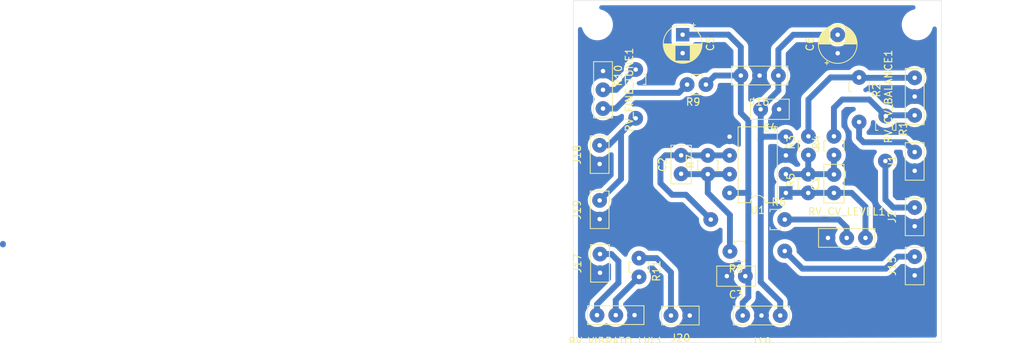
<source format=kicad_pcb>
(kicad_pcb (version 20171130) (host pcbnew "(5.1.7-0-10_14)")

  (general
    (thickness 1.6)
    (drawings 5)
    (tracks 102)
    (zones 0)
    (modules 33)
    (nets 20)
  )

  (page A4)
  (layers
    (0 F.Cu signal)
    (31 B.Cu signal)
    (32 B.Adhes user)
    (33 F.Adhes user)
    (34 B.Paste user)
    (35 F.Paste user)
    (36 B.SilkS user)
    (37 F.SilkS user hide)
    (38 B.Mask user)
    (39 F.Mask user)
    (40 Dwgs.User user)
    (41 Cmts.User user)
    (42 Eco1.User user)
    (43 Eco2.User user)
    (44 Edge.Cuts user)
    (45 Margin user)
    (46 B.CrtYd user)
    (47 F.CrtYd user)
    (48 B.Fab user)
    (49 F.Fab user)
  )

  (setup
    (last_trace_width 0.25)
    (user_trace_width 0.6)
    (user_trace_width 0.8)
    (trace_clearance 0.2)
    (zone_clearance 0.508)
    (zone_45_only no)
    (trace_min 0.2)
    (via_size 0.8)
    (via_drill 0.4)
    (via_min_size 0.4)
    (via_min_drill 0.3)
    (user_via 2 0.8)
    (uvia_size 0.3)
    (uvia_drill 0.1)
    (uvias_allowed no)
    (uvia_min_size 0.2)
    (uvia_min_drill 0.1)
    (edge_width 0.05)
    (segment_width 0.2)
    (pcb_text_width 0.3)
    (pcb_text_size 1.5 1.5)
    (mod_edge_width 0.12)
    (mod_text_size 1 1)
    (mod_text_width 0.15)
    (pad_size 1.524 1.524)
    (pad_drill 0.762)
    (pad_to_mask_clearance 0)
    (aux_axis_origin 0 0)
    (visible_elements FFFFFF7F)
    (pcbplotparams
      (layerselection 0x29100_ffffffff)
      (usegerberextensions false)
      (usegerberattributes true)
      (usegerberadvancedattributes true)
      (creategerberjobfile true)
      (excludeedgelayer true)
      (linewidth 0.100000)
      (plotframeref false)
      (viasonmask false)
      (mode 1)
      (useauxorigin false)
      (hpglpennumber 1)
      (hpglpenspeed 20)
      (hpglpendiameter 15.000000)
      (psnegative false)
      (psa4output false)
      (plotreference true)
      (plotvalue true)
      (plotinvisibletext false)
      (padsonsilk false)
      (subtractmaskfromsilk false)
      (outputformat 4)
      (mirror false)
      (drillshape 2)
      (scaleselection 1)
      (outputdirectory "plots/PDF/"))
  )

  (net 0 "")
  (net 1 "Net-(C1-Pad1)")
  (net 2 "Net-(C1-Pad2)")
  (net 3 "Net-(C2-Pad2)")
  (net 4 "Net-(C2-Pad1)")
  (net 5 +12V)
  (net 6 GND)
  (net 7 -12V)
  (net 8 "Net-(J1-Pad1)")
  (net 9 "Net-(J2-Pad1)")
  (net 10 "Net-(J15-Pad1)")
  (net 11 "Net-(J17-Pad1)")
  (net 12 "Net-(J18-Pad1)")
  (net 13 "Net-(J20-Pad1)")
  (net 14 "Net-(R1-Pad1)")
  (net 15 "Net-(R2-Pad1)")
  (net 16 "Net-(R6-Pad2)")
  (net 17 "Net-(R9-Pad2)")
  (net 18 "Net-(R10-Pad2)")
  (net 19 "Net-(R11-Pad2)")

  (net_class Default "This is the default net class."
    (clearance 0.2)
    (trace_width 0.25)
    (via_dia 0.8)
    (via_drill 0.4)
    (uvia_dia 0.3)
    (uvia_drill 0.1)
    (add_net +12V)
    (add_net -12V)
    (add_net GND)
    (add_net "Net-(C1-Pad1)")
    (add_net "Net-(C1-Pad2)")
    (add_net "Net-(C2-Pad1)")
    (add_net "Net-(C2-Pad2)")
    (add_net "Net-(J1-Pad1)")
    (add_net "Net-(J15-Pad1)")
    (add_net "Net-(J17-Pad1)")
    (add_net "Net-(J18-Pad1)")
    (add_net "Net-(J2-Pad1)")
    (add_net "Net-(J20-Pad1)")
    (add_net "Net-(R1-Pad1)")
    (add_net "Net-(R10-Pad2)")
    (add_net "Net-(R11-Pad2)")
    (add_net "Net-(R2-Pad1)")
    (add_net "Net-(R6-Pad2)")
    (add_net "Net-(R9-Pad2)")
  )

  (module MountingHole:MountingHole_3mm locked (layer F.Cu) (tedit 56D1B4CB) (tstamp 61B52C4C)
    (at 145.9992 38.8874)
    (descr "Mounting Hole 3mm, no annular")
    (tags "mounting hole 3mm no annular")
    (attr virtual)
    (fp_text reference REF** (at 0 -4) (layer F.SilkS) hide
      (effects (font (size 1 1) (thickness 0.15)))
    )
    (fp_text value MountingHole_3mm (at 0 4) (layer F.Fab) hide
      (effects (font (size 1 1) (thickness 0.15)))
    )
    (fp_circle (center 0 0) (end 3.25 0) (layer F.CrtYd) (width 0.05))
    (fp_circle (center 0 0) (end 3 0) (layer Cmts.User) (width 0.15))
    (fp_text user %R (at 0.3 0) (layer F.Fab)
      (effects (font (size 1 1) (thickness 0.15)))
    )
    (pad 1 np_thru_hole circle (at 0 0) (size 3 3) (drill 3) (layers *.Cu *.Mask))
  )

  (module MountingHole:MountingHole_3mm locked (layer F.Cu) (tedit 56D1B4CB) (tstamp 61B52C07)
    (at 102.7176 38.8874)
    (descr "Mounting Hole 3mm, no annular")
    (tags "mounting hole 3mm no annular")
    (attr virtual)
    (fp_text reference REF** (at 0 -4) (layer F.SilkS) hide
      (effects (font (size 1 1) (thickness 0.15)))
    )
    (fp_text value MountingHole_3mm (at 0 4) (layer F.Fab) hide
      (effects (font (size 1 1) (thickness 0.15)))
    )
    (fp_circle (center 0 0) (end 3.25 0) (layer F.CrtYd) (width 0.05))
    (fp_circle (center 0 0) (end 3 0) (layer Cmts.User) (width 0.15))
    (fp_text user %R (at 0.3 0) (layer F.Fab)
      (effects (font (size 1 1) (thickness 0.15)))
    )
    (pad 1 np_thru_hole circle (at 0 0) (size 3 3) (drill 3) (layers *.Cu *.Mask))
  )

  (module Zimo_Manual_PCB:C_Disc_D5.0mm_W2.5mm_P2.50mm (layer F.Cu) (tedit 5FABF5A6) (tstamp 61B51816)
    (at 134.7216 61.6712 90)
    (descr "C, Disc series, Radial, pin pitch=2.50mm, , diameter*width=5*2.5mm^2, Capacitor, http://cdn-reichelt.de/documents/datenblatt/B300/DS_KERKO_TC.pdf")
    (tags "C Disc series Radial pin pitch 2.50mm  diameter 5mm width 2.5mm Capacitor")
    (path /61B90154)
    (fp_text reference C1 (at 1.25 -2.5 90) (layer F.SilkS)
      (effects (font (size 1 1) (thickness 0.15)))
    )
    (fp_text value 22p (at 1.25 2.5 90) (layer F.Fab)
      (effects (font (size 1 1) (thickness 0.15)))
    )
    (fp_line (start -1.25 -1.25) (end -1.25 1.25) (layer F.Fab) (width 0.1))
    (fp_line (start -1.25 1.25) (end 3.75 1.25) (layer F.Fab) (width 0.1))
    (fp_line (start 3.75 1.25) (end 3.75 -1.25) (layer F.Fab) (width 0.1))
    (fp_line (start 3.75 -1.25) (end -1.25 -1.25) (layer F.Fab) (width 0.1))
    (fp_line (start -1.37 -1.37) (end 3.87 -1.37) (layer F.SilkS) (width 0.12))
    (fp_line (start -1.37 1.37) (end 3.87 1.37) (layer F.SilkS) (width 0.12))
    (fp_line (start -1.37 -1.37) (end -1.37 1.37) (layer F.SilkS) (width 0.12))
    (fp_line (start 3.87 -1.37) (end 3.87 1.37) (layer F.SilkS) (width 0.12))
    (fp_line (start -1.5 -1.5) (end -1.5 1.5) (layer F.CrtYd) (width 0.05))
    (fp_line (start -1.5 1.5) (end 4 1.5) (layer F.CrtYd) (width 0.05))
    (fp_line (start 4 1.5) (end 4 -1.5) (layer F.CrtYd) (width 0.05))
    (fp_line (start 4 -1.5) (end -1.5 -1.5) (layer F.CrtYd) (width 0.05))
    (fp_text user %R (at 1.25 0 90) (layer F.Fab)
      (effects (font (size 1 1) (thickness 0.15)))
    )
    (pad 1 thru_hole circle (at 0 0 90) (size 2 2) (drill 0.6) (layers *.Cu *.Mask)
      (net 1 "Net-(C1-Pad1)"))
    (pad 2 thru_hole circle (at 2.5 0 90) (size 2 2) (drill 0.6) (layers *.Cu *.Mask)
      (net 2 "Net-(C1-Pad2)"))
    (model ${KISYS3DMOD}/Capacitor_THT.3dshapes/C_Disc_D5.0mm_W2.5mm_P2.50mm.wrl
      (at (xyz 0 0 0))
      (scale (xyz 1 1 1))
      (rotate (xyz 0 0 0))
    )
  )

  (module Zimo_Manual_PCB:C_Disc_D5.0mm_W2.5mm_P2.50mm (layer F.Cu) (tedit 5FABF5A6) (tstamp 61B51829)
    (at 114.046 59.0804 90)
    (descr "C, Disc series, Radial, pin pitch=2.50mm, , diameter*width=5*2.5mm^2, Capacitor, http://cdn-reichelt.de/documents/datenblatt/B300/DS_KERKO_TC.pdf")
    (tags "C Disc series Radial pin pitch 2.50mm  diameter 5mm width 2.5mm Capacitor")
    (path /61B9207D)
    (fp_text reference C2 (at 1.25 -2.5 90) (layer F.SilkS)
      (effects (font (size 1 1) (thickness 0.15)))
    )
    (fp_text value 22p (at 1.25 2.5 90) (layer F.Fab)
      (effects (font (size 1 1) (thickness 0.15)))
    )
    (fp_line (start 4 -1.5) (end -1.5 -1.5) (layer F.CrtYd) (width 0.05))
    (fp_line (start 4 1.5) (end 4 -1.5) (layer F.CrtYd) (width 0.05))
    (fp_line (start -1.5 1.5) (end 4 1.5) (layer F.CrtYd) (width 0.05))
    (fp_line (start -1.5 -1.5) (end -1.5 1.5) (layer F.CrtYd) (width 0.05))
    (fp_line (start 3.87 -1.37) (end 3.87 1.37) (layer F.SilkS) (width 0.12))
    (fp_line (start -1.37 -1.37) (end -1.37 1.37) (layer F.SilkS) (width 0.12))
    (fp_line (start -1.37 1.37) (end 3.87 1.37) (layer F.SilkS) (width 0.12))
    (fp_line (start -1.37 -1.37) (end 3.87 -1.37) (layer F.SilkS) (width 0.12))
    (fp_line (start 3.75 -1.25) (end -1.25 -1.25) (layer F.Fab) (width 0.1))
    (fp_line (start 3.75 1.25) (end 3.75 -1.25) (layer F.Fab) (width 0.1))
    (fp_line (start -1.25 1.25) (end 3.75 1.25) (layer F.Fab) (width 0.1))
    (fp_line (start -1.25 -1.25) (end -1.25 1.25) (layer F.Fab) (width 0.1))
    (fp_text user %R (at 1.25 0 90) (layer F.Fab)
      (effects (font (size 1 1) (thickness 0.15)))
    )
    (pad 2 thru_hole circle (at 2.5 0 90) (size 2 2) (drill 0.6) (layers *.Cu *.Mask)
      (net 3 "Net-(C2-Pad2)"))
    (pad 1 thru_hole circle (at 0 0 90) (size 2 2) (drill 0.6) (layers *.Cu *.Mask)
      (net 4 "Net-(C2-Pad1)"))
    (model ${KISYS3DMOD}/Capacitor_THT.3dshapes/C_Disc_D5.0mm_W2.5mm_P2.50mm.wrl
      (at (xyz 0 0 0))
      (scale (xyz 1 1 1))
      (rotate (xyz 0 0 0))
    )
  )

  (module Zimo_Manual_PCB:C_Disc_D5.0mm_W2.5mm_P2.50mm (layer F.Cu) (tedit 5FABF5A6) (tstamp 61B5183C)
    (at 122.7328 72.9488 180)
    (descr "C, Disc series, Radial, pin pitch=2.50mm, , diameter*width=5*2.5mm^2, Capacitor, http://cdn-reichelt.de/documents/datenblatt/B300/DS_KERKO_TC.pdf")
    (tags "C Disc series Radial pin pitch 2.50mm  diameter 5mm width 2.5mm Capacitor")
    (path /61B6C49B)
    (fp_text reference C3 (at 1.25 -2.5) (layer F.SilkS)
      (effects (font (size 1 1) (thickness 0.15)))
    )
    (fp_text value 100n (at 1.25 2.5) (layer F.Fab)
      (effects (font (size 1 1) (thickness 0.15)))
    )
    (fp_line (start -1.25 -1.25) (end -1.25 1.25) (layer F.Fab) (width 0.1))
    (fp_line (start -1.25 1.25) (end 3.75 1.25) (layer F.Fab) (width 0.1))
    (fp_line (start 3.75 1.25) (end 3.75 -1.25) (layer F.Fab) (width 0.1))
    (fp_line (start 3.75 -1.25) (end -1.25 -1.25) (layer F.Fab) (width 0.1))
    (fp_line (start -1.37 -1.37) (end 3.87 -1.37) (layer F.SilkS) (width 0.12))
    (fp_line (start -1.37 1.37) (end 3.87 1.37) (layer F.SilkS) (width 0.12))
    (fp_line (start -1.37 -1.37) (end -1.37 1.37) (layer F.SilkS) (width 0.12))
    (fp_line (start 3.87 -1.37) (end 3.87 1.37) (layer F.SilkS) (width 0.12))
    (fp_line (start -1.5 -1.5) (end -1.5 1.5) (layer F.CrtYd) (width 0.05))
    (fp_line (start -1.5 1.5) (end 4 1.5) (layer F.CrtYd) (width 0.05))
    (fp_line (start 4 1.5) (end 4 -1.5) (layer F.CrtYd) (width 0.05))
    (fp_line (start 4 -1.5) (end -1.5 -1.5) (layer F.CrtYd) (width 0.05))
    (fp_text user %R (at 1.25 0) (layer F.Fab)
      (effects (font (size 1 1) (thickness 0.15)))
    )
    (pad 1 thru_hole circle (at 0 0 180) (size 2 2) (drill 0.6) (layers *.Cu *.Mask)
      (net 5 +12V))
    (pad 2 thru_hole circle (at 2.5 0 180) (size 2 2) (drill 0.6) (layers *.Cu *.Mask)
      (net 6 GND))
    (model ${KISYS3DMOD}/Capacitor_THT.3dshapes/C_Disc_D5.0mm_W2.5mm_P2.50mm.wrl
      (at (xyz 0 0 0))
      (scale (xyz 1 1 1))
      (rotate (xyz 0 0 0))
    )
  )

  (module Zimo_Manual_PCB:C_Disc_D5.0mm_W2.5mm_P2.50mm (layer F.Cu) (tedit 5FABF5A6) (tstamp 61B5184F)
    (at 127.3048 50.3428 180)
    (descr "C, Disc series, Radial, pin pitch=2.50mm, , diameter*width=5*2.5mm^2, Capacitor, http://cdn-reichelt.de/documents/datenblatt/B300/DS_KERKO_TC.pdf")
    (tags "C Disc series Radial pin pitch 2.50mm  diameter 5mm width 2.5mm Capacitor")
    (path /61B6CF77)
    (fp_text reference C4 (at 1.25 -2.5) (layer F.SilkS)
      (effects (font (size 1 1) (thickness 0.15)))
    )
    (fp_text value 100n (at 1.25 2.5) (layer F.Fab)
      (effects (font (size 1 1) (thickness 0.15)))
    )
    (fp_line (start 4 -1.5) (end -1.5 -1.5) (layer F.CrtYd) (width 0.05))
    (fp_line (start 4 1.5) (end 4 -1.5) (layer F.CrtYd) (width 0.05))
    (fp_line (start -1.5 1.5) (end 4 1.5) (layer F.CrtYd) (width 0.05))
    (fp_line (start -1.5 -1.5) (end -1.5 1.5) (layer F.CrtYd) (width 0.05))
    (fp_line (start 3.87 -1.37) (end 3.87 1.37) (layer F.SilkS) (width 0.12))
    (fp_line (start -1.37 -1.37) (end -1.37 1.37) (layer F.SilkS) (width 0.12))
    (fp_line (start -1.37 1.37) (end 3.87 1.37) (layer F.SilkS) (width 0.12))
    (fp_line (start -1.37 -1.37) (end 3.87 -1.37) (layer F.SilkS) (width 0.12))
    (fp_line (start 3.75 -1.25) (end -1.25 -1.25) (layer F.Fab) (width 0.1))
    (fp_line (start 3.75 1.25) (end 3.75 -1.25) (layer F.Fab) (width 0.1))
    (fp_line (start -1.25 1.25) (end 3.75 1.25) (layer F.Fab) (width 0.1))
    (fp_line (start -1.25 -1.25) (end -1.25 1.25) (layer F.Fab) (width 0.1))
    (fp_text user %R (at 1.25 0) (layer F.Fab)
      (effects (font (size 1 1) (thickness 0.15)))
    )
    (pad 2 thru_hole circle (at 2.5 0 180) (size 2 2) (drill 0.6) (layers *.Cu *.Mask)
      (net 7 -12V))
    (pad 1 thru_hole circle (at 0 0 180) (size 2 2) (drill 0.6) (layers *.Cu *.Mask)
      (net 6 GND))
    (model ${KISYS3DMOD}/Capacitor_THT.3dshapes/C_Disc_D5.0mm_W2.5mm_P2.50mm.wrl
      (at (xyz 0 0 0))
      (scale (xyz 1 1 1))
      (rotate (xyz 0 0 0))
    )
  )

  (module Zimo_Manual_PCB:CP_Radial_D5.0mm_P2.50mm (layer F.Cu) (tedit 5FABF591) (tstamp 61B518D3)
    (at 114.2492 40.2336 270)
    (descr "CP, Radial series, Radial, pin pitch=2.50mm, , diameter=5mm, Electrolytic Capacitor")
    (tags "CP Radial series Radial pin pitch 2.50mm  diameter 5mm Electrolytic Capacitor")
    (path /61BF1283)
    (fp_text reference C5 (at 1.25 -3.75 90) (layer F.SilkS)
      (effects (font (size 1 1) (thickness 0.15)))
    )
    (fp_text value 10u (at 1.25 3.75 90) (layer F.Fab)
      (effects (font (size 1 1) (thickness 0.15)))
    )
    (fp_line (start -1.304775 -1.725) (end -1.304775 -1.225) (layer F.SilkS) (width 0.12))
    (fp_line (start -1.554775 -1.475) (end -1.054775 -1.475) (layer F.SilkS) (width 0.12))
    (fp_line (start 3.851 -0.284) (end 3.851 0.284) (layer F.SilkS) (width 0.12))
    (fp_line (start 3.811 -0.518) (end 3.811 0.518) (layer F.SilkS) (width 0.12))
    (fp_line (start 3.771 -0.677) (end 3.771 0.677) (layer F.SilkS) (width 0.12))
    (fp_line (start 3.731 -0.805) (end 3.731 0.805) (layer F.SilkS) (width 0.12))
    (fp_line (start 3.691 -0.915) (end 3.691 0.915) (layer F.SilkS) (width 0.12))
    (fp_line (start 3.651 -1.011) (end 3.651 1.011) (layer F.SilkS) (width 0.12))
    (fp_line (start 3.611 -1.098) (end 3.611 1.098) (layer F.SilkS) (width 0.12))
    (fp_line (start 3.571 -1.178) (end 3.571 1.178) (layer F.SilkS) (width 0.12))
    (fp_line (start 3.531 1.04) (end 3.531 1.251) (layer F.SilkS) (width 0.12))
    (fp_line (start 3.531 -1.251) (end 3.531 -1.04) (layer F.SilkS) (width 0.12))
    (fp_line (start 3.491 1.04) (end 3.491 1.319) (layer F.SilkS) (width 0.12))
    (fp_line (start 3.491 -1.319) (end 3.491 -1.04) (layer F.SilkS) (width 0.12))
    (fp_line (start 3.451 1.04) (end 3.451 1.383) (layer F.SilkS) (width 0.12))
    (fp_line (start 3.451 -1.383) (end 3.451 -1.04) (layer F.SilkS) (width 0.12))
    (fp_line (start 3.411 1.04) (end 3.411 1.443) (layer F.SilkS) (width 0.12))
    (fp_line (start 3.411 -1.443) (end 3.411 -1.04) (layer F.SilkS) (width 0.12))
    (fp_line (start 3.371 1.04) (end 3.371 1.5) (layer F.SilkS) (width 0.12))
    (fp_line (start 3.371 -1.5) (end 3.371 -1.04) (layer F.SilkS) (width 0.12))
    (fp_line (start 3.331 1.04) (end 3.331 1.554) (layer F.SilkS) (width 0.12))
    (fp_line (start 3.331 -1.554) (end 3.331 -1.04) (layer F.SilkS) (width 0.12))
    (fp_line (start 3.291 1.04) (end 3.291 1.605) (layer F.SilkS) (width 0.12))
    (fp_line (start 3.291 -1.605) (end 3.291 -1.04) (layer F.SilkS) (width 0.12))
    (fp_line (start 3.251 1.04) (end 3.251 1.653) (layer F.SilkS) (width 0.12))
    (fp_line (start 3.251 -1.653) (end 3.251 -1.04) (layer F.SilkS) (width 0.12))
    (fp_line (start 3.211 1.04) (end 3.211 1.699) (layer F.SilkS) (width 0.12))
    (fp_line (start 3.211 -1.699) (end 3.211 -1.04) (layer F.SilkS) (width 0.12))
    (fp_line (start 3.171 1.04) (end 3.171 1.743) (layer F.SilkS) (width 0.12))
    (fp_line (start 3.171 -1.743) (end 3.171 -1.04) (layer F.SilkS) (width 0.12))
    (fp_line (start 3.131 1.04) (end 3.131 1.785) (layer F.SilkS) (width 0.12))
    (fp_line (start 3.131 -1.785) (end 3.131 -1.04) (layer F.SilkS) (width 0.12))
    (fp_line (start 3.091 1.04) (end 3.091 1.826) (layer F.SilkS) (width 0.12))
    (fp_line (start 3.091 -1.826) (end 3.091 -1.04) (layer F.SilkS) (width 0.12))
    (fp_line (start 3.051 1.04) (end 3.051 1.864) (layer F.SilkS) (width 0.12))
    (fp_line (start 3.051 -1.864) (end 3.051 -1.04) (layer F.SilkS) (width 0.12))
    (fp_line (start 3.011 1.04) (end 3.011 1.901) (layer F.SilkS) (width 0.12))
    (fp_line (start 3.011 -1.901) (end 3.011 -1.04) (layer F.SilkS) (width 0.12))
    (fp_line (start 2.971 1.04) (end 2.971 1.937) (layer F.SilkS) (width 0.12))
    (fp_line (start 2.971 -1.937) (end 2.971 -1.04) (layer F.SilkS) (width 0.12))
    (fp_line (start 2.931 1.04) (end 2.931 1.971) (layer F.SilkS) (width 0.12))
    (fp_line (start 2.931 -1.971) (end 2.931 -1.04) (layer F.SilkS) (width 0.12))
    (fp_line (start 2.891 1.04) (end 2.891 2.004) (layer F.SilkS) (width 0.12))
    (fp_line (start 2.891 -2.004) (end 2.891 -1.04) (layer F.SilkS) (width 0.12))
    (fp_line (start 2.851 1.04) (end 2.851 2.035) (layer F.SilkS) (width 0.12))
    (fp_line (start 2.851 -2.035) (end 2.851 -1.04) (layer F.SilkS) (width 0.12))
    (fp_line (start 2.811 1.04) (end 2.811 2.065) (layer F.SilkS) (width 0.12))
    (fp_line (start 2.811 -2.065) (end 2.811 -1.04) (layer F.SilkS) (width 0.12))
    (fp_line (start 2.771 1.04) (end 2.771 2.095) (layer F.SilkS) (width 0.12))
    (fp_line (start 2.771 -2.095) (end 2.771 -1.04) (layer F.SilkS) (width 0.12))
    (fp_line (start 2.731 1.04) (end 2.731 2.122) (layer F.SilkS) (width 0.12))
    (fp_line (start 2.731 -2.122) (end 2.731 -1.04) (layer F.SilkS) (width 0.12))
    (fp_line (start 2.691 1.04) (end 2.691 2.149) (layer F.SilkS) (width 0.12))
    (fp_line (start 2.691 -2.149) (end 2.691 -1.04) (layer F.SilkS) (width 0.12))
    (fp_line (start 2.651 1.04) (end 2.651 2.175) (layer F.SilkS) (width 0.12))
    (fp_line (start 2.651 -2.175) (end 2.651 -1.04) (layer F.SilkS) (width 0.12))
    (fp_line (start 2.611 1.04) (end 2.611 2.2) (layer F.SilkS) (width 0.12))
    (fp_line (start 2.611 -2.2) (end 2.611 -1.04) (layer F.SilkS) (width 0.12))
    (fp_line (start 2.571 1.04) (end 2.571 2.224) (layer F.SilkS) (width 0.12))
    (fp_line (start 2.571 -2.224) (end 2.571 -1.04) (layer F.SilkS) (width 0.12))
    (fp_line (start 2.531 1.04) (end 2.531 2.247) (layer F.SilkS) (width 0.12))
    (fp_line (start 2.531 -2.247) (end 2.531 -1.04) (layer F.SilkS) (width 0.12))
    (fp_line (start 2.491 1.04) (end 2.491 2.268) (layer F.SilkS) (width 0.12))
    (fp_line (start 2.491 -2.268) (end 2.491 -1.04) (layer F.SilkS) (width 0.12))
    (fp_line (start 2.451 1.04) (end 2.451 2.29) (layer F.SilkS) (width 0.12))
    (fp_line (start 2.451 -2.29) (end 2.451 -1.04) (layer F.SilkS) (width 0.12))
    (fp_line (start 2.411 1.04) (end 2.411 2.31) (layer F.SilkS) (width 0.12))
    (fp_line (start 2.411 -2.31) (end 2.411 -1.04) (layer F.SilkS) (width 0.12))
    (fp_line (start 2.371 1.04) (end 2.371 2.329) (layer F.SilkS) (width 0.12))
    (fp_line (start 2.371 -2.329) (end 2.371 -1.04) (layer F.SilkS) (width 0.12))
    (fp_line (start 2.331 1.04) (end 2.331 2.348) (layer F.SilkS) (width 0.12))
    (fp_line (start 2.331 -2.348) (end 2.331 -1.04) (layer F.SilkS) (width 0.12))
    (fp_line (start 2.291 1.04) (end 2.291 2.365) (layer F.SilkS) (width 0.12))
    (fp_line (start 2.291 -2.365) (end 2.291 -1.04) (layer F.SilkS) (width 0.12))
    (fp_line (start 2.251 1.04) (end 2.251 2.382) (layer F.SilkS) (width 0.12))
    (fp_line (start 2.251 -2.382) (end 2.251 -1.04) (layer F.SilkS) (width 0.12))
    (fp_line (start 2.211 1.04) (end 2.211 2.398) (layer F.SilkS) (width 0.12))
    (fp_line (start 2.211 -2.398) (end 2.211 -1.04) (layer F.SilkS) (width 0.12))
    (fp_line (start 2.171 1.04) (end 2.171 2.414) (layer F.SilkS) (width 0.12))
    (fp_line (start 2.171 -2.414) (end 2.171 -1.04) (layer F.SilkS) (width 0.12))
    (fp_line (start 2.131 1.04) (end 2.131 2.428) (layer F.SilkS) (width 0.12))
    (fp_line (start 2.131 -2.428) (end 2.131 -1.04) (layer F.SilkS) (width 0.12))
    (fp_line (start 2.091 1.04) (end 2.091 2.442) (layer F.SilkS) (width 0.12))
    (fp_line (start 2.091 -2.442) (end 2.091 -1.04) (layer F.SilkS) (width 0.12))
    (fp_line (start 2.051 1.04) (end 2.051 2.455) (layer F.SilkS) (width 0.12))
    (fp_line (start 2.051 -2.455) (end 2.051 -1.04) (layer F.SilkS) (width 0.12))
    (fp_line (start 2.011 1.04) (end 2.011 2.468) (layer F.SilkS) (width 0.12))
    (fp_line (start 2.011 -2.468) (end 2.011 -1.04) (layer F.SilkS) (width 0.12))
    (fp_line (start 1.971 1.04) (end 1.971 2.48) (layer F.SilkS) (width 0.12))
    (fp_line (start 1.971 -2.48) (end 1.971 -1.04) (layer F.SilkS) (width 0.12))
    (fp_line (start 1.93 1.04) (end 1.93 2.491) (layer F.SilkS) (width 0.12))
    (fp_line (start 1.93 -2.491) (end 1.93 -1.04) (layer F.SilkS) (width 0.12))
    (fp_line (start 1.89 1.04) (end 1.89 2.501) (layer F.SilkS) (width 0.12))
    (fp_line (start 1.89 -2.501) (end 1.89 -1.04) (layer F.SilkS) (width 0.12))
    (fp_line (start 1.85 1.04) (end 1.85 2.511) (layer F.SilkS) (width 0.12))
    (fp_line (start 1.85 -2.511) (end 1.85 -1.04) (layer F.SilkS) (width 0.12))
    (fp_line (start 1.81 1.04) (end 1.81 2.52) (layer F.SilkS) (width 0.12))
    (fp_line (start 1.81 -2.52) (end 1.81 -1.04) (layer F.SilkS) (width 0.12))
    (fp_line (start 1.77 1.04) (end 1.77 2.528) (layer F.SilkS) (width 0.12))
    (fp_line (start 1.77 -2.528) (end 1.77 -1.04) (layer F.SilkS) (width 0.12))
    (fp_line (start 1.73 1.04) (end 1.73 2.536) (layer F.SilkS) (width 0.12))
    (fp_line (start 1.73 -2.536) (end 1.73 -1.04) (layer F.SilkS) (width 0.12))
    (fp_line (start 1.69 1.04) (end 1.69 2.543) (layer F.SilkS) (width 0.12))
    (fp_line (start 1.69 -2.543) (end 1.69 -1.04) (layer F.SilkS) (width 0.12))
    (fp_line (start 1.65 1.04) (end 1.65 2.55) (layer F.SilkS) (width 0.12))
    (fp_line (start 1.65 -2.55) (end 1.65 -1.04) (layer F.SilkS) (width 0.12))
    (fp_line (start 1.61 1.04) (end 1.61 2.556) (layer F.SilkS) (width 0.12))
    (fp_line (start 1.61 -2.556) (end 1.61 -1.04) (layer F.SilkS) (width 0.12))
    (fp_line (start 1.57 1.04) (end 1.57 2.561) (layer F.SilkS) (width 0.12))
    (fp_line (start 1.57 -2.561) (end 1.57 -1.04) (layer F.SilkS) (width 0.12))
    (fp_line (start 1.53 1.04) (end 1.53 2.565) (layer F.SilkS) (width 0.12))
    (fp_line (start 1.53 -2.565) (end 1.53 -1.04) (layer F.SilkS) (width 0.12))
    (fp_line (start 1.49 1.04) (end 1.49 2.569) (layer F.SilkS) (width 0.12))
    (fp_line (start 1.49 -2.569) (end 1.49 -1.04) (layer F.SilkS) (width 0.12))
    (fp_line (start 1.45 -2.573) (end 1.45 2.573) (layer F.SilkS) (width 0.12))
    (fp_line (start 1.41 -2.576) (end 1.41 2.576) (layer F.SilkS) (width 0.12))
    (fp_line (start 1.37 -2.578) (end 1.37 2.578) (layer F.SilkS) (width 0.12))
    (fp_line (start 1.33 -2.579) (end 1.33 2.579) (layer F.SilkS) (width 0.12))
    (fp_line (start 1.29 -2.58) (end 1.29 2.58) (layer F.SilkS) (width 0.12))
    (fp_line (start 1.25 -2.58) (end 1.25 2.58) (layer F.SilkS) (width 0.12))
    (fp_line (start -0.633605 -1.3375) (end -0.633605 -0.8375) (layer F.Fab) (width 0.1))
    (fp_line (start -0.883605 -1.0875) (end -0.383605 -1.0875) (layer F.Fab) (width 0.1))
    (fp_circle (center 1.25 0) (end 4 0) (layer F.CrtYd) (width 0.05))
    (fp_circle (center 1.25 0) (end 3.87 0) (layer F.SilkS) (width 0.12))
    (fp_circle (center 1.25 0) (end 3.75 0) (layer F.Fab) (width 0.1))
    (fp_text user %R (at 1.25 0 90) (layer F.Fab)
      (effects (font (size 1 1) (thickness 0.15)))
    )
    (pad 2 thru_hole circle (at 2.5 0 270) (size 2 2) (drill 0.6) (layers *.Cu *.Mask)
      (net 6 GND))
    (pad 1 thru_hole rect (at 0 0 270) (size 1.8 1.8) (drill 0.6) (layers *.Cu *.Mask)
      (net 5 +12V))
    (model ${KISYS3DMOD}/Capacitor_THT.3dshapes/CP_Radial_D5.0mm_P2.50mm.wrl
      (at (xyz 0 0 0))
      (scale (xyz 1 1 1))
      (rotate (xyz 0 0 0))
    )
  )

  (module Zimo_Manual_PCB:CP_Radial_D5.0mm_P2.50mm (layer F.Cu) (tedit 5FABF591) (tstamp 61B51957)
    (at 135.2296 42.7482 90)
    (descr "CP, Radial series, Radial, pin pitch=2.50mm, , diameter=5mm, Electrolytic Capacitor")
    (tags "CP Radial series Radial pin pitch 2.50mm  diameter 5mm Electrolytic Capacitor")
    (path /61C073AB)
    (fp_text reference C6 (at 1.25 -3.75 90) (layer F.SilkS)
      (effects (font (size 1 1) (thickness 0.15)))
    )
    (fp_text value 10u (at 1.25 3.75 90) (layer F.Fab)
      (effects (font (size 1 1) (thickness 0.15)))
    )
    (fp_circle (center 1.25 0) (end 3.75 0) (layer F.Fab) (width 0.1))
    (fp_circle (center 1.25 0) (end 3.87 0) (layer F.SilkS) (width 0.12))
    (fp_circle (center 1.25 0) (end 4 0) (layer F.CrtYd) (width 0.05))
    (fp_line (start -0.883605 -1.0875) (end -0.383605 -1.0875) (layer F.Fab) (width 0.1))
    (fp_line (start -0.633605 -1.3375) (end -0.633605 -0.8375) (layer F.Fab) (width 0.1))
    (fp_line (start 1.25 -2.58) (end 1.25 2.58) (layer F.SilkS) (width 0.12))
    (fp_line (start 1.29 -2.58) (end 1.29 2.58) (layer F.SilkS) (width 0.12))
    (fp_line (start 1.33 -2.579) (end 1.33 2.579) (layer F.SilkS) (width 0.12))
    (fp_line (start 1.37 -2.578) (end 1.37 2.578) (layer F.SilkS) (width 0.12))
    (fp_line (start 1.41 -2.576) (end 1.41 2.576) (layer F.SilkS) (width 0.12))
    (fp_line (start 1.45 -2.573) (end 1.45 2.573) (layer F.SilkS) (width 0.12))
    (fp_line (start 1.49 -2.569) (end 1.49 -1.04) (layer F.SilkS) (width 0.12))
    (fp_line (start 1.49 1.04) (end 1.49 2.569) (layer F.SilkS) (width 0.12))
    (fp_line (start 1.53 -2.565) (end 1.53 -1.04) (layer F.SilkS) (width 0.12))
    (fp_line (start 1.53 1.04) (end 1.53 2.565) (layer F.SilkS) (width 0.12))
    (fp_line (start 1.57 -2.561) (end 1.57 -1.04) (layer F.SilkS) (width 0.12))
    (fp_line (start 1.57 1.04) (end 1.57 2.561) (layer F.SilkS) (width 0.12))
    (fp_line (start 1.61 -2.556) (end 1.61 -1.04) (layer F.SilkS) (width 0.12))
    (fp_line (start 1.61 1.04) (end 1.61 2.556) (layer F.SilkS) (width 0.12))
    (fp_line (start 1.65 -2.55) (end 1.65 -1.04) (layer F.SilkS) (width 0.12))
    (fp_line (start 1.65 1.04) (end 1.65 2.55) (layer F.SilkS) (width 0.12))
    (fp_line (start 1.69 -2.543) (end 1.69 -1.04) (layer F.SilkS) (width 0.12))
    (fp_line (start 1.69 1.04) (end 1.69 2.543) (layer F.SilkS) (width 0.12))
    (fp_line (start 1.73 -2.536) (end 1.73 -1.04) (layer F.SilkS) (width 0.12))
    (fp_line (start 1.73 1.04) (end 1.73 2.536) (layer F.SilkS) (width 0.12))
    (fp_line (start 1.77 -2.528) (end 1.77 -1.04) (layer F.SilkS) (width 0.12))
    (fp_line (start 1.77 1.04) (end 1.77 2.528) (layer F.SilkS) (width 0.12))
    (fp_line (start 1.81 -2.52) (end 1.81 -1.04) (layer F.SilkS) (width 0.12))
    (fp_line (start 1.81 1.04) (end 1.81 2.52) (layer F.SilkS) (width 0.12))
    (fp_line (start 1.85 -2.511) (end 1.85 -1.04) (layer F.SilkS) (width 0.12))
    (fp_line (start 1.85 1.04) (end 1.85 2.511) (layer F.SilkS) (width 0.12))
    (fp_line (start 1.89 -2.501) (end 1.89 -1.04) (layer F.SilkS) (width 0.12))
    (fp_line (start 1.89 1.04) (end 1.89 2.501) (layer F.SilkS) (width 0.12))
    (fp_line (start 1.93 -2.491) (end 1.93 -1.04) (layer F.SilkS) (width 0.12))
    (fp_line (start 1.93 1.04) (end 1.93 2.491) (layer F.SilkS) (width 0.12))
    (fp_line (start 1.971 -2.48) (end 1.971 -1.04) (layer F.SilkS) (width 0.12))
    (fp_line (start 1.971 1.04) (end 1.971 2.48) (layer F.SilkS) (width 0.12))
    (fp_line (start 2.011 -2.468) (end 2.011 -1.04) (layer F.SilkS) (width 0.12))
    (fp_line (start 2.011 1.04) (end 2.011 2.468) (layer F.SilkS) (width 0.12))
    (fp_line (start 2.051 -2.455) (end 2.051 -1.04) (layer F.SilkS) (width 0.12))
    (fp_line (start 2.051 1.04) (end 2.051 2.455) (layer F.SilkS) (width 0.12))
    (fp_line (start 2.091 -2.442) (end 2.091 -1.04) (layer F.SilkS) (width 0.12))
    (fp_line (start 2.091 1.04) (end 2.091 2.442) (layer F.SilkS) (width 0.12))
    (fp_line (start 2.131 -2.428) (end 2.131 -1.04) (layer F.SilkS) (width 0.12))
    (fp_line (start 2.131 1.04) (end 2.131 2.428) (layer F.SilkS) (width 0.12))
    (fp_line (start 2.171 -2.414) (end 2.171 -1.04) (layer F.SilkS) (width 0.12))
    (fp_line (start 2.171 1.04) (end 2.171 2.414) (layer F.SilkS) (width 0.12))
    (fp_line (start 2.211 -2.398) (end 2.211 -1.04) (layer F.SilkS) (width 0.12))
    (fp_line (start 2.211 1.04) (end 2.211 2.398) (layer F.SilkS) (width 0.12))
    (fp_line (start 2.251 -2.382) (end 2.251 -1.04) (layer F.SilkS) (width 0.12))
    (fp_line (start 2.251 1.04) (end 2.251 2.382) (layer F.SilkS) (width 0.12))
    (fp_line (start 2.291 -2.365) (end 2.291 -1.04) (layer F.SilkS) (width 0.12))
    (fp_line (start 2.291 1.04) (end 2.291 2.365) (layer F.SilkS) (width 0.12))
    (fp_line (start 2.331 -2.348) (end 2.331 -1.04) (layer F.SilkS) (width 0.12))
    (fp_line (start 2.331 1.04) (end 2.331 2.348) (layer F.SilkS) (width 0.12))
    (fp_line (start 2.371 -2.329) (end 2.371 -1.04) (layer F.SilkS) (width 0.12))
    (fp_line (start 2.371 1.04) (end 2.371 2.329) (layer F.SilkS) (width 0.12))
    (fp_line (start 2.411 -2.31) (end 2.411 -1.04) (layer F.SilkS) (width 0.12))
    (fp_line (start 2.411 1.04) (end 2.411 2.31) (layer F.SilkS) (width 0.12))
    (fp_line (start 2.451 -2.29) (end 2.451 -1.04) (layer F.SilkS) (width 0.12))
    (fp_line (start 2.451 1.04) (end 2.451 2.29) (layer F.SilkS) (width 0.12))
    (fp_line (start 2.491 -2.268) (end 2.491 -1.04) (layer F.SilkS) (width 0.12))
    (fp_line (start 2.491 1.04) (end 2.491 2.268) (layer F.SilkS) (width 0.12))
    (fp_line (start 2.531 -2.247) (end 2.531 -1.04) (layer F.SilkS) (width 0.12))
    (fp_line (start 2.531 1.04) (end 2.531 2.247) (layer F.SilkS) (width 0.12))
    (fp_line (start 2.571 -2.224) (end 2.571 -1.04) (layer F.SilkS) (width 0.12))
    (fp_line (start 2.571 1.04) (end 2.571 2.224) (layer F.SilkS) (width 0.12))
    (fp_line (start 2.611 -2.2) (end 2.611 -1.04) (layer F.SilkS) (width 0.12))
    (fp_line (start 2.611 1.04) (end 2.611 2.2) (layer F.SilkS) (width 0.12))
    (fp_line (start 2.651 -2.175) (end 2.651 -1.04) (layer F.SilkS) (width 0.12))
    (fp_line (start 2.651 1.04) (end 2.651 2.175) (layer F.SilkS) (width 0.12))
    (fp_line (start 2.691 -2.149) (end 2.691 -1.04) (layer F.SilkS) (width 0.12))
    (fp_line (start 2.691 1.04) (end 2.691 2.149) (layer F.SilkS) (width 0.12))
    (fp_line (start 2.731 -2.122) (end 2.731 -1.04) (layer F.SilkS) (width 0.12))
    (fp_line (start 2.731 1.04) (end 2.731 2.122) (layer F.SilkS) (width 0.12))
    (fp_line (start 2.771 -2.095) (end 2.771 -1.04) (layer F.SilkS) (width 0.12))
    (fp_line (start 2.771 1.04) (end 2.771 2.095) (layer F.SilkS) (width 0.12))
    (fp_line (start 2.811 -2.065) (end 2.811 -1.04) (layer F.SilkS) (width 0.12))
    (fp_line (start 2.811 1.04) (end 2.811 2.065) (layer F.SilkS) (width 0.12))
    (fp_line (start 2.851 -2.035) (end 2.851 -1.04) (layer F.SilkS) (width 0.12))
    (fp_line (start 2.851 1.04) (end 2.851 2.035) (layer F.SilkS) (width 0.12))
    (fp_line (start 2.891 -2.004) (end 2.891 -1.04) (layer F.SilkS) (width 0.12))
    (fp_line (start 2.891 1.04) (end 2.891 2.004) (layer F.SilkS) (width 0.12))
    (fp_line (start 2.931 -1.971) (end 2.931 -1.04) (layer F.SilkS) (width 0.12))
    (fp_line (start 2.931 1.04) (end 2.931 1.971) (layer F.SilkS) (width 0.12))
    (fp_line (start 2.971 -1.937) (end 2.971 -1.04) (layer F.SilkS) (width 0.12))
    (fp_line (start 2.971 1.04) (end 2.971 1.937) (layer F.SilkS) (width 0.12))
    (fp_line (start 3.011 -1.901) (end 3.011 -1.04) (layer F.SilkS) (width 0.12))
    (fp_line (start 3.011 1.04) (end 3.011 1.901) (layer F.SilkS) (width 0.12))
    (fp_line (start 3.051 -1.864) (end 3.051 -1.04) (layer F.SilkS) (width 0.12))
    (fp_line (start 3.051 1.04) (end 3.051 1.864) (layer F.SilkS) (width 0.12))
    (fp_line (start 3.091 -1.826) (end 3.091 -1.04) (layer F.SilkS) (width 0.12))
    (fp_line (start 3.091 1.04) (end 3.091 1.826) (layer F.SilkS) (width 0.12))
    (fp_line (start 3.131 -1.785) (end 3.131 -1.04) (layer F.SilkS) (width 0.12))
    (fp_line (start 3.131 1.04) (end 3.131 1.785) (layer F.SilkS) (width 0.12))
    (fp_line (start 3.171 -1.743) (end 3.171 -1.04) (layer F.SilkS) (width 0.12))
    (fp_line (start 3.171 1.04) (end 3.171 1.743) (layer F.SilkS) (width 0.12))
    (fp_line (start 3.211 -1.699) (end 3.211 -1.04) (layer F.SilkS) (width 0.12))
    (fp_line (start 3.211 1.04) (end 3.211 1.699) (layer F.SilkS) (width 0.12))
    (fp_line (start 3.251 -1.653) (end 3.251 -1.04) (layer F.SilkS) (width 0.12))
    (fp_line (start 3.251 1.04) (end 3.251 1.653) (layer F.SilkS) (width 0.12))
    (fp_line (start 3.291 -1.605) (end 3.291 -1.04) (layer F.SilkS) (width 0.12))
    (fp_line (start 3.291 1.04) (end 3.291 1.605) (layer F.SilkS) (width 0.12))
    (fp_line (start 3.331 -1.554) (end 3.331 -1.04) (layer F.SilkS) (width 0.12))
    (fp_line (start 3.331 1.04) (end 3.331 1.554) (layer F.SilkS) (width 0.12))
    (fp_line (start 3.371 -1.5) (end 3.371 -1.04) (layer F.SilkS) (width 0.12))
    (fp_line (start 3.371 1.04) (end 3.371 1.5) (layer F.SilkS) (width 0.12))
    (fp_line (start 3.411 -1.443) (end 3.411 -1.04) (layer F.SilkS) (width 0.12))
    (fp_line (start 3.411 1.04) (end 3.411 1.443) (layer F.SilkS) (width 0.12))
    (fp_line (start 3.451 -1.383) (end 3.451 -1.04) (layer F.SilkS) (width 0.12))
    (fp_line (start 3.451 1.04) (end 3.451 1.383) (layer F.SilkS) (width 0.12))
    (fp_line (start 3.491 -1.319) (end 3.491 -1.04) (layer F.SilkS) (width 0.12))
    (fp_line (start 3.491 1.04) (end 3.491 1.319) (layer F.SilkS) (width 0.12))
    (fp_line (start 3.531 -1.251) (end 3.531 -1.04) (layer F.SilkS) (width 0.12))
    (fp_line (start 3.531 1.04) (end 3.531 1.251) (layer F.SilkS) (width 0.12))
    (fp_line (start 3.571 -1.178) (end 3.571 1.178) (layer F.SilkS) (width 0.12))
    (fp_line (start 3.611 -1.098) (end 3.611 1.098) (layer F.SilkS) (width 0.12))
    (fp_line (start 3.651 -1.011) (end 3.651 1.011) (layer F.SilkS) (width 0.12))
    (fp_line (start 3.691 -0.915) (end 3.691 0.915) (layer F.SilkS) (width 0.12))
    (fp_line (start 3.731 -0.805) (end 3.731 0.805) (layer F.SilkS) (width 0.12))
    (fp_line (start 3.771 -0.677) (end 3.771 0.677) (layer F.SilkS) (width 0.12))
    (fp_line (start 3.811 -0.518) (end 3.811 0.518) (layer F.SilkS) (width 0.12))
    (fp_line (start 3.851 -0.284) (end 3.851 0.284) (layer F.SilkS) (width 0.12))
    (fp_line (start -1.554775 -1.475) (end -1.054775 -1.475) (layer F.SilkS) (width 0.12))
    (fp_line (start -1.304775 -1.725) (end -1.304775 -1.225) (layer F.SilkS) (width 0.12))
    (fp_text user %R (at 1.25 0 90) (layer F.Fab)
      (effects (font (size 1 1) (thickness 0.15)))
    )
    (pad 1 thru_hole rect (at 0 0 90) (size 1.8 1.8) (drill 0.6) (layers *.Cu *.Mask)
      (net 6 GND))
    (pad 2 thru_hole circle (at 2.5 0 90) (size 2 2) (drill 0.6) (layers *.Cu *.Mask)
      (net 7 -12V))
    (model ${KISYS3DMOD}/Capacitor_THT.3dshapes/CP_Radial_D5.0mm_P2.50mm.wrl
      (at (xyz 0 0 0))
      (scale (xyz 1 1 1))
      (rotate (xyz 0 0 0))
    )
  )

  (module Zimo_Manual_PCB:NSL25_01x02_Vertical (layer F.Cu) (tedit 5FB01468) (tstamp 61B51965)
    (at 145.6436 56.134 270)
    (path /61B7D33A)
    (fp_text reference J1 (at 1.27 3.048 90) (layer F.SilkS)
      (effects (font (size 1 1) (thickness 0.15)))
    )
    (fp_text value "CV Mixer In 1" (at 1.524 -4.064 90) (layer F.Fab)
      (effects (font (size 1 1) (thickness 0.15)))
    )
    (fp_line (start -1.27 -1.27) (end 3.81 -1.27) (layer F.SilkS) (width 0.12))
    (fp_line (start 3.81 -1.27) (end 3.81 1.27) (layer F.SilkS) (width 0.12))
    (fp_line (start 3.81 1.27) (end -1.27 1.27) (layer F.SilkS) (width 0.12))
    (fp_line (start -1.27 1.27) (end -1.27 -1.27) (layer F.SilkS) (width 0.12))
    (fp_line (start -1.524 -2.54) (end -1.524 2.032) (layer Dwgs.User) (width 0.12))
    (fp_line (start -1.524 2.032) (end 4.064 2.032) (layer Dwgs.User) (width 0.12))
    (fp_line (start 4.064 2.032) (end 4.064 -2.54) (layer Dwgs.User) (width 0.12))
    (fp_line (start 4.064 -2.54) (end -1.524 -2.54) (layer Dwgs.User) (width 0.12))
    (pad 1 thru_hole circle (at 0 0 270) (size 2 2) (drill 0.6) (layers *.Cu *.Mask)
      (net 8 "Net-(J1-Pad1)"))
    (pad 2 thru_hole circle (at 2.54 0 270) (size 2 2) (drill 0.6) (layers *.Cu *.Mask)
      (net 6 GND))
  )

  (module Zimo_Manual_PCB:NSL25_01x02_Vertical (layer F.Cu) (tedit 5FB01468) (tstamp 61B51973)
    (at 145.6436 63.6524 270)
    (path /61B7FE17)
    (fp_text reference J2 (at 1.27 3.048 90) (layer F.SilkS)
      (effects (font (size 1 1) (thickness 0.15)))
    )
    (fp_text value "CV Mixer In 2" (at 1.524 -4.064 90) (layer F.Fab)
      (effects (font (size 1 1) (thickness 0.15)))
    )
    (fp_line (start -1.27 -1.27) (end 3.81 -1.27) (layer F.SilkS) (width 0.12))
    (fp_line (start 3.81 -1.27) (end 3.81 1.27) (layer F.SilkS) (width 0.12))
    (fp_line (start 3.81 1.27) (end -1.27 1.27) (layer F.SilkS) (width 0.12))
    (fp_line (start -1.27 1.27) (end -1.27 -1.27) (layer F.SilkS) (width 0.12))
    (fp_line (start -1.524 -2.54) (end -1.524 2.032) (layer Dwgs.User) (width 0.12))
    (fp_line (start -1.524 2.032) (end 4.064 2.032) (layer Dwgs.User) (width 0.12))
    (fp_line (start 4.064 2.032) (end 4.064 -2.54) (layer Dwgs.User) (width 0.12))
    (fp_line (start 4.064 -2.54) (end -1.524 -2.54) (layer Dwgs.User) (width 0.12))
    (pad 1 thru_hole circle (at 0 0 270) (size 2 2) (drill 0.6) (layers *.Cu *.Mask)
      (net 9 "Net-(J2-Pad1)"))
    (pad 2 thru_hole circle (at 2.54 0 270) (size 2 2) (drill 0.6) (layers *.Cu *.Mask)
      (net 6 GND))
  )

  (module Zimo_Manual_PCB:NSL25_01x03_Vertical (layer F.Cu) (tedit 5FB01507) (tstamp 61B519E4)
    (at 122.3772 78.2828)
    (path /61BBA848)
    (fp_text reference J10 (at 2.54 3.556) (layer F.SilkS)
      (effects (font (size 1 1) (thickness 0.15)))
    )
    (fp_text value PwrO (at 3.048 -4.064) (layer F.Fab)
      (effects (font (size 1 1) (thickness 0.15)))
    )
    (fp_line (start 6.604 -2.54) (end 6.604 2.032) (layer Dwgs.User) (width 0.12))
    (fp_line (start 6.35 -1.27) (end 6.35 1.27) (layer F.SilkS) (width 0.12))
    (fp_line (start 6.604 -2.54) (end -1.524 -2.54) (layer Dwgs.User) (width 0.12))
    (fp_line (start -1.524 2.032) (end 6.604 2.032) (layer Dwgs.User) (width 0.12))
    (fp_line (start -1.524 -2.54) (end -1.524 2.032) (layer Dwgs.User) (width 0.12))
    (fp_line (start -1.27 1.27) (end -1.27 -1.27) (layer F.SilkS) (width 0.12))
    (fp_line (start 6.35 1.27) (end -1.27 1.27) (layer F.SilkS) (width 0.12))
    (fp_line (start -1.27 -1.27) (end 6.35 -1.27) (layer F.SilkS) (width 0.12))
    (pad 3 thru_hole circle (at 5.08 0) (size 2 2) (drill 0.6) (layers *.Cu *.Mask)
      (net 7 -12V))
    (pad 2 thru_hole circle (at 2.54 0) (size 2 2) (drill 0.6) (layers *.Cu *.Mask)
      (net 6 GND))
    (pad 1 thru_hole circle (at 0 0) (size 2 2) (drill 0.6) (layers *.Cu *.Mask)
      (net 5 +12V))
  )

  (module Zimo_Manual_PCB:NSL25_01x02_Vertical (layer F.Cu) (tedit 5FB01468) (tstamp 61B51A2C)
    (at 145.6436 70.3072 270)
    (path /61B8B792)
    (fp_text reference J15 (at 1.27 3.048 90) (layer F.SilkS)
      (effects (font (size 1 1) (thickness 0.15)))
    )
    (fp_text value "CV Mixer Out" (at 1.524 -4.064 90) (layer F.Fab)
      (effects (font (size 1 1) (thickness 0.15)))
    )
    (fp_line (start 4.064 -2.54) (end -1.524 -2.54) (layer Dwgs.User) (width 0.12))
    (fp_line (start 4.064 2.032) (end 4.064 -2.54) (layer Dwgs.User) (width 0.12))
    (fp_line (start -1.524 2.032) (end 4.064 2.032) (layer Dwgs.User) (width 0.12))
    (fp_line (start -1.524 -2.54) (end -1.524 2.032) (layer Dwgs.User) (width 0.12))
    (fp_line (start -1.27 1.27) (end -1.27 -1.27) (layer F.SilkS) (width 0.12))
    (fp_line (start 3.81 1.27) (end -1.27 1.27) (layer F.SilkS) (width 0.12))
    (fp_line (start 3.81 -1.27) (end 3.81 1.27) (layer F.SilkS) (width 0.12))
    (fp_line (start -1.27 -1.27) (end 3.81 -1.27) (layer F.SilkS) (width 0.12))
    (pad 2 thru_hole circle (at 2.54 0 270) (size 2 2) (drill 0.6) (layers *.Cu *.Mask)
      (net 6 GND))
    (pad 1 thru_hole circle (at 0 0 270) (size 2 2) (drill 0.6) (layers *.Cu *.Mask)
      (net 10 "Net-(J15-Pad1)"))
  )

  (module Zimo_Manual_PCB:NSL25_01x03_Vertical (layer F.Cu) (tedit 5FB01507) (tstamp 61B51A3B)
    (at 122.1232 45.7708)
    (path /61B5A985)
    (fp_text reference J16 (at 2.54 3.556) (layer F.SilkS)
      (effects (font (size 1 1) (thickness 0.15)))
    )
    (fp_text value Power (at 3.048 -4.064) (layer F.Fab)
      (effects (font (size 1 1) (thickness 0.15)))
    )
    (fp_line (start -1.27 -1.27) (end 6.35 -1.27) (layer F.SilkS) (width 0.12))
    (fp_line (start 6.35 1.27) (end -1.27 1.27) (layer F.SilkS) (width 0.12))
    (fp_line (start -1.27 1.27) (end -1.27 -1.27) (layer F.SilkS) (width 0.12))
    (fp_line (start -1.524 -2.54) (end -1.524 2.032) (layer Dwgs.User) (width 0.12))
    (fp_line (start -1.524 2.032) (end 6.604 2.032) (layer Dwgs.User) (width 0.12))
    (fp_line (start 6.604 -2.54) (end -1.524 -2.54) (layer Dwgs.User) (width 0.12))
    (fp_line (start 6.35 -1.27) (end 6.35 1.27) (layer F.SilkS) (width 0.12))
    (fp_line (start 6.604 -2.54) (end 6.604 2.032) (layer Dwgs.User) (width 0.12))
    (pad 1 thru_hole circle (at 0 0) (size 2 2) (drill 0.6) (layers *.Cu *.Mask)
      (net 5 +12V))
    (pad 2 thru_hole circle (at 2.54 0) (size 2 2) (drill 0.6) (layers *.Cu *.Mask)
      (net 6 GND))
    (pad 3 thru_hole circle (at 5.08 0) (size 2 2) (drill 0.6) (layers *.Cu *.Mask)
      (net 7 -12V))
  )

  (module Zimo_Manual_PCB:NSL25_01x02_Vertical (layer F.Cu) (tedit 5FB01468) (tstamp 61B51A49)
    (at 103.0732 69.9516 270)
    (path /61BB48E1)
    (fp_text reference J17 (at 1.27 3.048 90) (layer F.SilkS)
      (effects (font (size 1 1) (thickness 0.15)))
    )
    (fp_text value "CV In (Default LFO)" (at 1.3208 4.9276 90) (layer F.Fab)
      (effects (font (size 1 1) (thickness 0.15)))
    )
    (fp_line (start 4.064 -2.54) (end -1.524 -2.54) (layer Dwgs.User) (width 0.12))
    (fp_line (start 4.064 2.032) (end 4.064 -2.54) (layer Dwgs.User) (width 0.12))
    (fp_line (start -1.524 2.032) (end 4.064 2.032) (layer Dwgs.User) (width 0.12))
    (fp_line (start -1.524 -2.54) (end -1.524 2.032) (layer Dwgs.User) (width 0.12))
    (fp_line (start -1.27 1.27) (end -1.27 -1.27) (layer F.SilkS) (width 0.12))
    (fp_line (start 3.81 1.27) (end -1.27 1.27) (layer F.SilkS) (width 0.12))
    (fp_line (start 3.81 -1.27) (end 3.81 1.27) (layer F.SilkS) (width 0.12))
    (fp_line (start -1.27 -1.27) (end 3.81 -1.27) (layer F.SilkS) (width 0.12))
    (pad 2 thru_hole circle (at 2.54 0 270) (size 2 2) (drill 0.6) (layers *.Cu *.Mask)
      (net 6 GND))
    (pad 1 thru_hole circle (at 0 0 270) (size 2 2) (drill 0.6) (layers *.Cu *.Mask)
      (net 11 "Net-(J17-Pad1)"))
  )

  (module Zimo_Manual_PCB:NSL25_01x02_Vertical (layer F.Cu) (tedit 5FB01468) (tstamp 61B51A57)
    (at 103.0224 55.2196 270)
    (path /61BABBB3)
    (fp_text reference J18 (at 1.27 3.048 90) (layer F.SilkS)
      (effects (font (size 1 1) (thickness 0.15)))
    )
    (fp_text value "Fine Tune VCO1" (at 1.524 -4.064 90) (layer F.Fab)
      (effects (font (size 1 1) (thickness 0.15)))
    )
    (fp_line (start 4.064 -2.54) (end -1.524 -2.54) (layer Dwgs.User) (width 0.12))
    (fp_line (start 4.064 2.032) (end 4.064 -2.54) (layer Dwgs.User) (width 0.12))
    (fp_line (start -1.524 2.032) (end 4.064 2.032) (layer Dwgs.User) (width 0.12))
    (fp_line (start -1.524 -2.54) (end -1.524 2.032) (layer Dwgs.User) (width 0.12))
    (fp_line (start -1.27 1.27) (end -1.27 -1.27) (layer F.SilkS) (width 0.12))
    (fp_line (start 3.81 1.27) (end -1.27 1.27) (layer F.SilkS) (width 0.12))
    (fp_line (start 3.81 -1.27) (end 3.81 1.27) (layer F.SilkS) (width 0.12))
    (fp_line (start -1.27 -1.27) (end 3.81 -1.27) (layer F.SilkS) (width 0.12))
    (pad 2 thru_hole circle (at 2.54 0 270) (size 2 2) (drill 0.6) (layers *.Cu *.Mask)
      (net 6 GND))
    (pad 1 thru_hole circle (at 0 0 270) (size 2 2) (drill 0.6) (layers *.Cu *.Mask)
      (net 12 "Net-(J18-Pad1)"))
  )

  (module Zimo_Manual_PCB:NSL25_01x02_Vertical (layer F.Cu) (tedit 5FB01468) (tstamp 61B51A65)
    (at 103.0224 62.6872 270)
    (path /61BAD841)
    (fp_text reference J19 (at 1.27 3.048 90) (layer F.SilkS)
      (effects (font (size 1 1) (thickness 0.15)))
    )
    (fp_text value "Fine Tune VCO2" (at -0.9652 -5.842 90) (layer F.Fab)
      (effects (font (size 1 1) (thickness 0.15)))
    )
    (fp_line (start -1.27 -1.27) (end 3.81 -1.27) (layer F.SilkS) (width 0.12))
    (fp_line (start 3.81 -1.27) (end 3.81 1.27) (layer F.SilkS) (width 0.12))
    (fp_line (start 3.81 1.27) (end -1.27 1.27) (layer F.SilkS) (width 0.12))
    (fp_line (start -1.27 1.27) (end -1.27 -1.27) (layer F.SilkS) (width 0.12))
    (fp_line (start -1.524 -2.54) (end -1.524 2.032) (layer Dwgs.User) (width 0.12))
    (fp_line (start -1.524 2.032) (end 4.064 2.032) (layer Dwgs.User) (width 0.12))
    (fp_line (start 4.064 2.032) (end 4.064 -2.54) (layer Dwgs.User) (width 0.12))
    (fp_line (start 4.064 -2.54) (end -1.524 -2.54) (layer Dwgs.User) (width 0.12))
    (pad 1 thru_hole circle (at 0 0 270) (size 2 2) (drill 0.6) (layers *.Cu *.Mask)
      (net 12 "Net-(J18-Pad1)"))
    (pad 2 thru_hole circle (at 2.54 0 270) (size 2 2) (drill 0.6) (layers *.Cu *.Mask)
      (net 6 GND))
  )

  (module Zimo_Manual_PCB:NSL25_01x02_Vertical (layer F.Cu) (tedit 5FB01468) (tstamp 61B51A73)
    (at 112.6744 78.2828)
    (path /61BBC24F)
    (fp_text reference J20 (at 1.27 3.048) (layer F.SilkS)
      (effects (font (size 1 1) (thickness 0.15)))
    )
    (fp_text value "Vibrato Out" (at 0.8636 2.7432) (layer F.Fab)
      (effects (font (size 1 1) (thickness 0.15)))
    )
    (fp_line (start -1.27 -1.27) (end 3.81 -1.27) (layer F.SilkS) (width 0.12))
    (fp_line (start 3.81 -1.27) (end 3.81 1.27) (layer F.SilkS) (width 0.12))
    (fp_line (start 3.81 1.27) (end -1.27 1.27) (layer F.SilkS) (width 0.12))
    (fp_line (start -1.27 1.27) (end -1.27 -1.27) (layer F.SilkS) (width 0.12))
    (fp_line (start -1.524 -2.54) (end -1.524 2.032) (layer Dwgs.User) (width 0.12))
    (fp_line (start -1.524 2.032) (end 4.064 2.032) (layer Dwgs.User) (width 0.12))
    (fp_line (start 4.064 2.032) (end 4.064 -2.54) (layer Dwgs.User) (width 0.12))
    (fp_line (start 4.064 -2.54) (end -1.524 -2.54) (layer Dwgs.User) (width 0.12))
    (pad 1 thru_hole circle (at 0 0) (size 2 2) (drill 0.6) (layers *.Cu *.Mask)
      (net 13 "Net-(J20-Pad1)"))
    (pad 2 thru_hole circle (at 2.54 0) (size 2 2) (drill 0.6) (layers *.Cu *.Mask)
      (net 6 GND))
  )

  (module Zimo_Manual_PCB:R_Axial_Vertical (layer F.Cu) (tedit 61646B4C) (tstamp 61B51A89)
    (at 141.732 51.2572 270)
    (descr "Resistor, Axial_DIN0207 series, Axial, Horizontal, pin pitch=7.62mm, 0.25W = 1/4W, length*diameter=6.3*2.5mm^2, http://cdn-reichelt.de/documents/datenblatt/B400/1_4W%23YAG.pdf")
    (tags "Resistor Axial_DIN0207 series Axial Horizontal pin pitch 7.62mm 0.25W = 1/4W length 6.3mm diameter 2.5mm")
    (path /61B7A3FD)
    (fp_text reference R1 (at 1.7272 -2.3622 90) (layer F.SilkS)
      (effects (font (size 1 1) (thickness 0.15)))
    )
    (fp_text value 10k (at 5.1816 2.2352 90) (layer F.Fab)
      (effects (font (size 1 1) (thickness 0.15)))
    )
    (fp_line (start 0.66 -1.25) (end 0.66 1.25) (layer F.Fab) (width 0.1))
    (fp_line (start 0.66 1.25) (end 1.8034 1.25) (layer F.Fab) (width 0.1))
    (fp_line (start 1.8034 1.2554) (end 1.8034 -1.2446) (layer F.Fab) (width 0.1))
    (fp_line (start 1.8034 -1.25) (end 0.66 -1.25) (layer F.Fab) (width 0.1))
    (fp_line (start 0 0) (end 0.66 0) (layer F.Fab) (width 0.1))
    (fp_line (start 0.54 -1.04) (end 0.54 -1.37) (layer F.SilkS) (width 0.12))
    (fp_line (start 0.54 -1.37) (end 1.9304 -1.3716) (layer F.SilkS) (width 0.12))
    (fp_line (start 1.9304 -1.3714) (end 1.9304 -1.0414) (layer F.SilkS) (width 0.12))
    (fp_line (start 0.54 1.04) (end 0.54 1.37) (layer F.SilkS) (width 0.12))
    (fp_line (start 0.54 1.37) (end 1.9304 1.37) (layer F.SilkS) (width 0.12))
    (fp_line (start 1.9304 1.37) (end 1.9304 1.04) (layer F.SilkS) (width 0.12))
    (fp_line (start -1.05 -1.5) (end -1.05 1.5) (layer F.CrtYd) (width 0.05))
    (fp_line (start -1.05 1.5) (end 3.4544 1.5014) (layer F.CrtYd) (width 0.05))
    (fp_line (start 3.4544 1.5014) (end 3.4544 -1.4986) (layer F.CrtYd) (width 0.05))
    (fp_line (start 3.4544 -1.4986) (end -1.05 -1.5) (layer F.CrtYd) (width 0.05))
    (fp_text user %R (at 1.651 2.54 90) (layer F.Fab)
      (effects (font (size 1 1) (thickness 0.15)))
    )
    (pad 1 thru_hole circle (at 0 0 270) (size 2 2) (drill 0.6) (layers *.Cu *.Mask)
      (net 14 "Net-(R1-Pad1)"))
    (pad 2 thru_hole oval (at 6.096 0.0508 270) (size 2 2) (drill 0.6) (layers *.Cu *.Mask)
      (net 9 "Net-(J2-Pad1)"))
    (model ${KISYS3DMOD}/Resistor_THT.3dshapes/R_Axial_DIN0207_L6.3mm_D2.5mm_P7.62mm_Horizontal.wrl
      (at (xyz 0 0 0))
      (scale (xyz 1 1 1))
      (rotate (xyz 0 0 0))
    )
  )

  (module Zimo_Manual_PCB:R_Axial_Vertical (layer F.Cu) (tedit 61646B4C) (tstamp 61B51A9F)
    (at 138.1252 46.0248 270)
    (descr "Resistor, Axial_DIN0207 series, Axial, Horizontal, pin pitch=7.62mm, 0.25W = 1/4W, length*diameter=6.3*2.5mm^2, http://cdn-reichelt.de/documents/datenblatt/B400/1_4W%23YAG.pdf")
    (tags "Resistor Axial_DIN0207 series Axial Horizontal pin pitch 7.62mm 0.25W = 1/4W length 6.3mm diameter 2.5mm")
    (path /61B6F499)
    (fp_text reference R2 (at 1.7272 -2.3622 90) (layer F.SilkS)
      (effects (font (size 1 1) (thickness 0.15)))
    )
    (fp_text value 10k (at 1.4478 3.937 90) (layer F.Fab)
      (effects (font (size 1 1) (thickness 0.15)))
    )
    (fp_line (start 3.4544 -1.4986) (end -1.05 -1.5) (layer F.CrtYd) (width 0.05))
    (fp_line (start 3.4544 1.5014) (end 3.4544 -1.4986) (layer F.CrtYd) (width 0.05))
    (fp_line (start -1.05 1.5) (end 3.4544 1.5014) (layer F.CrtYd) (width 0.05))
    (fp_line (start -1.05 -1.5) (end -1.05 1.5) (layer F.CrtYd) (width 0.05))
    (fp_line (start 1.9304 1.37) (end 1.9304 1.04) (layer F.SilkS) (width 0.12))
    (fp_line (start 0.54 1.37) (end 1.9304 1.37) (layer F.SilkS) (width 0.12))
    (fp_line (start 0.54 1.04) (end 0.54 1.37) (layer F.SilkS) (width 0.12))
    (fp_line (start 1.9304 -1.3714) (end 1.9304 -1.0414) (layer F.SilkS) (width 0.12))
    (fp_line (start 0.54 -1.37) (end 1.9304 -1.3716) (layer F.SilkS) (width 0.12))
    (fp_line (start 0.54 -1.04) (end 0.54 -1.37) (layer F.SilkS) (width 0.12))
    (fp_line (start 0 0) (end 0.66 0) (layer F.Fab) (width 0.1))
    (fp_line (start 1.8034 -1.25) (end 0.66 -1.25) (layer F.Fab) (width 0.1))
    (fp_line (start 1.8034 1.2554) (end 1.8034 -1.2446) (layer F.Fab) (width 0.1))
    (fp_line (start 0.66 1.25) (end 1.8034 1.25) (layer F.Fab) (width 0.1))
    (fp_line (start 0.66 -1.25) (end 0.66 1.25) (layer F.Fab) (width 0.1))
    (fp_text user %R (at 1.651 2.54 90) (layer F.Fab)
      (effects (font (size 1 1) (thickness 0.15)))
    )
    (pad 2 thru_hole oval (at 6.0452 0 270) (size 2 2) (drill 0.6) (layers *.Cu *.Mask)
      (net 8 "Net-(J1-Pad1)"))
    (pad 1 thru_hole circle (at 0 0 270) (size 2 2) (drill 0.6) (layers *.Cu *.Mask)
      (net 15 "Net-(R2-Pad1)"))
    (model ${KISYS3DMOD}/Resistor_THT.3dshapes/R_Axial_DIN0207_L6.3mm_D2.5mm_P7.62mm_Horizontal.wrl
      (at (xyz 0 0 0))
      (scale (xyz 1 1 1))
      (rotate (xyz 0 0 0))
    )
  )

  (module Zimo_Manual_PCB:R_Axial_Vertical (layer F.Cu) (tedit 61646B4C) (tstamp 61B51AB5)
    (at 131.2672 56.5404 90)
    (descr "Resistor, Axial_DIN0207 series, Axial, Horizontal, pin pitch=7.62mm, 0.25W = 1/4W, length*diameter=6.3*2.5mm^2, http://cdn-reichelt.de/documents/datenblatt/B400/1_4W%23YAG.pdf")
    (tags "Resistor Axial_DIN0207 series Axial Horizontal pin pitch 7.62mm 0.25W = 1/4W length 6.3mm diameter 2.5mm")
    (path /61B6FC7D)
    (fp_text reference R3 (at 1.7272 -2.3622 90) (layer F.SilkS)
      (effects (font (size 1 1) (thickness 0.15)))
    )
    (fp_text value 100k (at 5.588 0.8636 90) (layer F.Fab)
      (effects (font (size 1 1) (thickness 0.15)))
    )
    (fp_line (start 0.66 -1.25) (end 0.66 1.25) (layer F.Fab) (width 0.1))
    (fp_line (start 0.66 1.25) (end 1.8034 1.25) (layer F.Fab) (width 0.1))
    (fp_line (start 1.8034 1.2554) (end 1.8034 -1.2446) (layer F.Fab) (width 0.1))
    (fp_line (start 1.8034 -1.25) (end 0.66 -1.25) (layer F.Fab) (width 0.1))
    (fp_line (start 0 0) (end 0.66 0) (layer F.Fab) (width 0.1))
    (fp_line (start 0.54 -1.04) (end 0.54 -1.37) (layer F.SilkS) (width 0.12))
    (fp_line (start 0.54 -1.37) (end 1.9304 -1.3716) (layer F.SilkS) (width 0.12))
    (fp_line (start 1.9304 -1.3714) (end 1.9304 -1.0414) (layer F.SilkS) (width 0.12))
    (fp_line (start 0.54 1.04) (end 0.54 1.37) (layer F.SilkS) (width 0.12))
    (fp_line (start 0.54 1.37) (end 1.9304 1.37) (layer F.SilkS) (width 0.12))
    (fp_line (start 1.9304 1.37) (end 1.9304 1.04) (layer F.SilkS) (width 0.12))
    (fp_line (start -1.05 -1.5) (end -1.05 1.5) (layer F.CrtYd) (width 0.05))
    (fp_line (start -1.05 1.5) (end 3.4544 1.5014) (layer F.CrtYd) (width 0.05))
    (fp_line (start 3.4544 1.5014) (end 3.4544 -1.4986) (layer F.CrtYd) (width 0.05))
    (fp_line (start 3.4544 -1.4986) (end -1.05 -1.5) (layer F.CrtYd) (width 0.05))
    (fp_text user %R (at 1.651 2.54 90) (layer F.Fab)
      (effects (font (size 1 1) (thickness 0.15)))
    )
    (pad 1 thru_hole circle (at 0 0 90) (size 2 2) (drill 0.6) (layers *.Cu *.Mask)
      (net 2 "Net-(C1-Pad2)"))
    (pad 2 thru_hole oval (at 2.54 0 90) (size 2 2) (drill 0.6) (layers *.Cu *.Mask)
      (net 15 "Net-(R2-Pad1)"))
    (model ${KISYS3DMOD}/Resistor_THT.3dshapes/R_Axial_DIN0207_L6.3mm_D2.5mm_P7.62mm_Horizontal.wrl
      (at (xyz 0 0 0))
      (scale (xyz 1 1 1))
      (rotate (xyz 0 0 0))
    )
  )

  (module Zimo_Manual_PCB:R_Axial_Vertical (layer F.Cu) (tedit 61646B4C) (tstamp 61B51ACB)
    (at 134.7216 56.5404 90)
    (descr "Resistor, Axial_DIN0207 series, Axial, Horizontal, pin pitch=7.62mm, 0.25W = 1/4W, length*diameter=6.3*2.5mm^2, http://cdn-reichelt.de/documents/datenblatt/B400/1_4W%23YAG.pdf")
    (tags "Resistor Axial_DIN0207 series Axial Horizontal pin pitch 7.62mm 0.25W = 1/4W length 6.3mm diameter 2.5mm")
    (path /61B7814E)
    (fp_text reference R4 (at 1.7272 -2.3622 90) (layer F.SilkS)
      (effects (font (size 1 1) (thickness 0.15)))
    )
    (fp_text value 100k (at 5.588 0.7112 90) (layer F.Fab)
      (effects (font (size 1 1) (thickness 0.15)))
    )
    (fp_line (start 0.66 -1.25) (end 0.66 1.25) (layer F.Fab) (width 0.1))
    (fp_line (start 0.66 1.25) (end 1.8034 1.25) (layer F.Fab) (width 0.1))
    (fp_line (start 1.8034 1.2554) (end 1.8034 -1.2446) (layer F.Fab) (width 0.1))
    (fp_line (start 1.8034 -1.25) (end 0.66 -1.25) (layer F.Fab) (width 0.1))
    (fp_line (start 0 0) (end 0.66 0) (layer F.Fab) (width 0.1))
    (fp_line (start 0.54 -1.04) (end 0.54 -1.37) (layer F.SilkS) (width 0.12))
    (fp_line (start 0.54 -1.37) (end 1.9304 -1.3716) (layer F.SilkS) (width 0.12))
    (fp_line (start 1.9304 -1.3714) (end 1.9304 -1.0414) (layer F.SilkS) (width 0.12))
    (fp_line (start 0.54 1.04) (end 0.54 1.37) (layer F.SilkS) (width 0.12))
    (fp_line (start 0.54 1.37) (end 1.9304 1.37) (layer F.SilkS) (width 0.12))
    (fp_line (start 1.9304 1.37) (end 1.9304 1.04) (layer F.SilkS) (width 0.12))
    (fp_line (start -1.05 -1.5) (end -1.05 1.5) (layer F.CrtYd) (width 0.05))
    (fp_line (start -1.05 1.5) (end 3.4544 1.5014) (layer F.CrtYd) (width 0.05))
    (fp_line (start 3.4544 1.5014) (end 3.4544 -1.4986) (layer F.CrtYd) (width 0.05))
    (fp_line (start 3.4544 -1.4986) (end -1.05 -1.5) (layer F.CrtYd) (width 0.05))
    (fp_text user %R (at 1.651 2.54 90) (layer F.Fab)
      (effects (font (size 1 1) (thickness 0.15)))
    )
    (pad 1 thru_hole circle (at 0 0 90) (size 2 2) (drill 0.6) (layers *.Cu *.Mask)
      (net 2 "Net-(C1-Pad2)"))
    (pad 2 thru_hole oval (at 2.54 0 90) (size 2 2) (drill 0.6) (layers *.Cu *.Mask)
      (net 14 "Net-(R1-Pad1)"))
    (model ${KISYS3DMOD}/Resistor_THT.3dshapes/R_Axial_DIN0207_L6.3mm_D2.5mm_P7.62mm_Horizontal.wrl
      (at (xyz 0 0 0))
      (scale (xyz 1 1 1))
      (rotate (xyz 0 0 0))
    )
  )

  (module Zimo_Manual_PCB:R_Axial_Vertical (layer F.Cu) (tedit 61646B4C) (tstamp 61B51AE1)
    (at 131.2418 61.6712 90)
    (descr "Resistor, Axial_DIN0207 series, Axial, Horizontal, pin pitch=7.62mm, 0.25W = 1/4W, length*diameter=6.3*2.5mm^2, http://cdn-reichelt.de/documents/datenblatt/B400/1_4W%23YAG.pdf")
    (tags "Resistor Axial_DIN0207 series Axial Horizontal pin pitch 7.62mm 0.25W = 1/4W length 6.3mm diameter 2.5mm")
    (path /61B759F3)
    (fp_text reference R5 (at 1.7272 -2.3622 90) (layer F.SilkS)
      (effects (font (size 1 1) (thickness 0.15)))
    )
    (fp_text value 100k (at -3.3528 -0.4826 90) (layer F.Fab)
      (effects (font (size 1 1) (thickness 0.15)))
    )
    (fp_line (start 3.4544 -1.4986) (end -1.05 -1.5) (layer F.CrtYd) (width 0.05))
    (fp_line (start 3.4544 1.5014) (end 3.4544 -1.4986) (layer F.CrtYd) (width 0.05))
    (fp_line (start -1.05 1.5) (end 3.4544 1.5014) (layer F.CrtYd) (width 0.05))
    (fp_line (start -1.05 -1.5) (end -1.05 1.5) (layer F.CrtYd) (width 0.05))
    (fp_line (start 1.9304 1.37) (end 1.9304 1.04) (layer F.SilkS) (width 0.12))
    (fp_line (start 0.54 1.37) (end 1.9304 1.37) (layer F.SilkS) (width 0.12))
    (fp_line (start 0.54 1.04) (end 0.54 1.37) (layer F.SilkS) (width 0.12))
    (fp_line (start 1.9304 -1.3714) (end 1.9304 -1.0414) (layer F.SilkS) (width 0.12))
    (fp_line (start 0.54 -1.37) (end 1.9304 -1.3716) (layer F.SilkS) (width 0.12))
    (fp_line (start 0.54 -1.04) (end 0.54 -1.37) (layer F.SilkS) (width 0.12))
    (fp_line (start 0 0) (end 0.66 0) (layer F.Fab) (width 0.1))
    (fp_line (start 1.8034 -1.25) (end 0.66 -1.25) (layer F.Fab) (width 0.1))
    (fp_line (start 1.8034 1.2554) (end 1.8034 -1.2446) (layer F.Fab) (width 0.1))
    (fp_line (start 0.66 1.25) (end 1.8034 1.25) (layer F.Fab) (width 0.1))
    (fp_line (start 0.66 -1.25) (end 0.66 1.25) (layer F.Fab) (width 0.1))
    (fp_text user %R (at 1.651 2.54 90) (layer F.Fab)
      (effects (font (size 1 1) (thickness 0.15)))
    )
    (pad 2 thru_hole oval (at 2.54 0 90) (size 2 2) (drill 0.6) (layers *.Cu *.Mask)
      (net 2 "Net-(C1-Pad2)"))
    (pad 1 thru_hole circle (at 0 0 90) (size 2 2) (drill 0.6) (layers *.Cu *.Mask)
      (net 1 "Net-(C1-Pad1)"))
    (model ${KISYS3DMOD}/Resistor_THT.3dshapes/R_Axial_DIN0207_L6.3mm_D2.5mm_P7.62mm_Horizontal.wrl
      (at (xyz 0 0 0))
      (scale (xyz 1 1 1))
      (rotate (xyz 0 0 0))
    )
  )

  (module Zimo_Manual_PCB:R_Axial_Vertical (layer F.Cu) (tedit 61646B4C) (tstamp 61B51AF7)
    (at 125.5268 65.278)
    (descr "Resistor, Axial_DIN0207 series, Axial, Horizontal, pin pitch=7.62mm, 0.25W = 1/4W, length*diameter=6.3*2.5mm^2, http://cdn-reichelt.de/documents/datenblatt/B400/1_4W%23YAG.pdf")
    (tags "Resistor Axial_DIN0207 series Axial Horizontal pin pitch 7.62mm 0.25W = 1/4W length 6.3mm diameter 2.5mm")
    (path /61B85E7A)
    (fp_text reference R6 (at 1.7272 -2.3622) (layer F.SilkS)
      (effects (font (size 1 1) (thickness 0.15)))
    )
    (fp_text value 100k (at 1.4478 3.937) (layer F.Fab)
      (effects (font (size 1 1) (thickness 0.15)))
    )
    (fp_line (start 3.4544 -1.4986) (end -1.05 -1.5) (layer F.CrtYd) (width 0.05))
    (fp_line (start 3.4544 1.5014) (end 3.4544 -1.4986) (layer F.CrtYd) (width 0.05))
    (fp_line (start -1.05 1.5) (end 3.4544 1.5014) (layer F.CrtYd) (width 0.05))
    (fp_line (start -1.05 -1.5) (end -1.05 1.5) (layer F.CrtYd) (width 0.05))
    (fp_line (start 1.9304 1.37) (end 1.9304 1.04) (layer F.SilkS) (width 0.12))
    (fp_line (start 0.54 1.37) (end 1.9304 1.37) (layer F.SilkS) (width 0.12))
    (fp_line (start 0.54 1.04) (end 0.54 1.37) (layer F.SilkS) (width 0.12))
    (fp_line (start 1.9304 -1.3714) (end 1.9304 -1.0414) (layer F.SilkS) (width 0.12))
    (fp_line (start 0.54 -1.37) (end 1.9304 -1.3716) (layer F.SilkS) (width 0.12))
    (fp_line (start 0.54 -1.04) (end 0.54 -1.37) (layer F.SilkS) (width 0.12))
    (fp_line (start 0 0) (end 0.66 0) (layer F.Fab) (width 0.1))
    (fp_line (start 1.8034 -1.25) (end 0.66 -1.25) (layer F.Fab) (width 0.1))
    (fp_line (start 1.8034 1.2554) (end 1.8034 -1.2446) (layer F.Fab) (width 0.1))
    (fp_line (start 0.66 1.25) (end 1.8034 1.25) (layer F.Fab) (width 0.1))
    (fp_line (start 0.66 -1.25) (end 0.66 1.25) (layer F.Fab) (width 0.1))
    (fp_text user %R (at 1.651 2.54) (layer F.Fab)
      (effects (font (size 1 1) (thickness 0.15)))
    )
    (pad 2 thru_hole oval (at 2.54 0) (size 2 2) (drill 0.6) (layers *.Cu *.Mask)
      (net 16 "Net-(R6-Pad2)"))
    (pad 1 thru_hole circle (at -7.4676 0) (size 2 2) (drill 0.6) (layers *.Cu *.Mask)
      (net 3 "Net-(C2-Pad2)"))
    (model ${KISYS3DMOD}/Resistor_THT.3dshapes/R_Axial_DIN0207_L6.3mm_D2.5mm_P7.62mm_Horizontal.wrl
      (at (xyz 0 0 0))
      (scale (xyz 1 1 1))
      (rotate (xyz 0 0 0))
    )
  )

  (module Zimo_Manual_PCB:R_Axial_Vertical (layer F.Cu) (tedit 61646B4C) (tstamp 61B51B0D)
    (at 117.6528 59.1312 90)
    (descr "Resistor, Axial_DIN0207 series, Axial, Horizontal, pin pitch=7.62mm, 0.25W = 1/4W, length*diameter=6.3*2.5mm^2, http://cdn-reichelt.de/documents/datenblatt/B400/1_4W%23YAG.pdf")
    (tags "Resistor Axial_DIN0207 series Axial Horizontal pin pitch 7.62mm 0.25W = 1/4W length 6.3mm diameter 2.5mm")
    (path /61B876EA)
    (fp_text reference R7 (at 1.7272 -2.3622 90) (layer F.SilkS)
      (effects (font (size 1 1) (thickness 0.15)))
    )
    (fp_text value 330k (at 1.4478 3.937 90) (layer F.Fab)
      (effects (font (size 1 1) (thickness 0.15)))
    )
    (fp_line (start 3.4544 -1.4986) (end -1.05 -1.5) (layer F.CrtYd) (width 0.05))
    (fp_line (start 3.4544 1.5014) (end 3.4544 -1.4986) (layer F.CrtYd) (width 0.05))
    (fp_line (start -1.05 1.5) (end 3.4544 1.5014) (layer F.CrtYd) (width 0.05))
    (fp_line (start -1.05 -1.5) (end -1.05 1.5) (layer F.CrtYd) (width 0.05))
    (fp_line (start 1.9304 1.37) (end 1.9304 1.04) (layer F.SilkS) (width 0.12))
    (fp_line (start 0.54 1.37) (end 1.9304 1.37) (layer F.SilkS) (width 0.12))
    (fp_line (start 0.54 1.04) (end 0.54 1.37) (layer F.SilkS) (width 0.12))
    (fp_line (start 1.9304 -1.3714) (end 1.9304 -1.0414) (layer F.SilkS) (width 0.12))
    (fp_line (start 0.54 -1.37) (end 1.9304 -1.3716) (layer F.SilkS) (width 0.12))
    (fp_line (start 0.54 -1.04) (end 0.54 -1.37) (layer F.SilkS) (width 0.12))
    (fp_line (start 0 0) (end 0.66 0) (layer F.Fab) (width 0.1))
    (fp_line (start 1.8034 -1.25) (end 0.66 -1.25) (layer F.Fab) (width 0.1))
    (fp_line (start 1.8034 1.2554) (end 1.8034 -1.2446) (layer F.Fab) (width 0.1))
    (fp_line (start 0.66 1.25) (end 1.8034 1.25) (layer F.Fab) (width 0.1))
    (fp_line (start 0.66 -1.25) (end 0.66 1.25) (layer F.Fab) (width 0.1))
    (fp_text user %R (at 1.651 2.54 90) (layer F.Fab)
      (effects (font (size 1 1) (thickness 0.15)))
    )
    (pad 2 thru_hole oval (at 2.54 0 90) (size 2 2) (drill 0.6) (layers *.Cu *.Mask)
      (net 3 "Net-(C2-Pad2)"))
    (pad 1 thru_hole circle (at 0 0 90) (size 2 2) (drill 0.6) (layers *.Cu *.Mask)
      (net 4 "Net-(C2-Pad1)"))
    (model ${KISYS3DMOD}/Resistor_THT.3dshapes/R_Axial_DIN0207_L6.3mm_D2.5mm_P7.62mm_Horizontal.wrl
      (at (xyz 0 0 0))
      (scale (xyz 1 1 1))
      (rotate (xyz 0 0 0))
    )
  )

  (module Zimo_Manual_PCB:R_Axial_Vertical (layer F.Cu) (tedit 61646B4C) (tstamp 61B51B23)
    (at 123.19 69.596 180)
    (descr "Resistor, Axial_DIN0207 series, Axial, Horizontal, pin pitch=7.62mm, 0.25W = 1/4W, length*diameter=6.3*2.5mm^2, http://cdn-reichelt.de/documents/datenblatt/B400/1_4W%23YAG.pdf")
    (tags "Resistor Axial_DIN0207 series Axial Horizontal pin pitch 7.62mm 0.25W = 1/4W length 6.3mm diameter 2.5mm")
    (path /61B8A7E6)
    (fp_text reference R8 (at 1.7272 -2.3622) (layer F.SilkS)
      (effects (font (size 1 1) (thickness 0.15)))
    )
    (fp_text value 1k (at 1.4478 3.937) (layer F.Fab)
      (effects (font (size 1 1) (thickness 0.15)))
    )
    (fp_line (start 0.66 -1.25) (end 0.66 1.25) (layer F.Fab) (width 0.1))
    (fp_line (start 0.66 1.25) (end 1.8034 1.25) (layer F.Fab) (width 0.1))
    (fp_line (start 1.8034 1.2554) (end 1.8034 -1.2446) (layer F.Fab) (width 0.1))
    (fp_line (start 1.8034 -1.25) (end 0.66 -1.25) (layer F.Fab) (width 0.1))
    (fp_line (start 0 0) (end 0.66 0) (layer F.Fab) (width 0.1))
    (fp_line (start 0.54 -1.04) (end 0.54 -1.37) (layer F.SilkS) (width 0.12))
    (fp_line (start 0.54 -1.37) (end 1.9304 -1.3716) (layer F.SilkS) (width 0.12))
    (fp_line (start 1.9304 -1.3714) (end 1.9304 -1.0414) (layer F.SilkS) (width 0.12))
    (fp_line (start 0.54 1.04) (end 0.54 1.37) (layer F.SilkS) (width 0.12))
    (fp_line (start 0.54 1.37) (end 1.9304 1.37) (layer F.SilkS) (width 0.12))
    (fp_line (start 1.9304 1.37) (end 1.9304 1.04) (layer F.SilkS) (width 0.12))
    (fp_line (start -1.05 -1.5) (end -1.05 1.5) (layer F.CrtYd) (width 0.05))
    (fp_line (start -1.05 1.5) (end 3.4544 1.5014) (layer F.CrtYd) (width 0.05))
    (fp_line (start 3.4544 1.5014) (end 3.4544 -1.4986) (layer F.CrtYd) (width 0.05))
    (fp_line (start 3.4544 -1.4986) (end -1.05 -1.5) (layer F.CrtYd) (width 0.05))
    (fp_text user %R (at 1.651 2.54) (layer F.Fab)
      (effects (font (size 1 1) (thickness 0.15)))
    )
    (pad 1 thru_hole circle (at -4.8768 0.0508 180) (size 2 2) (drill 0.6) (layers *.Cu *.Mask)
      (net 10 "Net-(J15-Pad1)"))
    (pad 2 thru_hole oval (at 2.54 0 180) (size 2 2) (drill 0.6) (layers *.Cu *.Mask)
      (net 4 "Net-(C2-Pad1)"))
    (model ${KISYS3DMOD}/Resistor_THT.3dshapes/R_Axial_DIN0207_L6.3mm_D2.5mm_P7.62mm_Horizontal.wrl
      (at (xyz 0 0 0))
      (scale (xyz 1 1 1))
      (rotate (xyz 0 0 0))
    )
  )

  (module Zimo_Manual_PCB:R_Axial_Vertical (layer F.Cu) (tedit 61646B4C) (tstamp 61B536EC)
    (at 117.3988 46.99 180)
    (descr "Resistor, Axial_DIN0207 series, Axial, Horizontal, pin pitch=7.62mm, 0.25W = 1/4W, length*diameter=6.3*2.5mm^2, http://cdn-reichelt.de/documents/datenblatt/B400/1_4W%23YAG.pdf")
    (tags "Resistor Axial_DIN0207 series Axial Horizontal pin pitch 7.62mm 0.25W = 1/4W length 6.3mm diameter 2.5mm")
    (path /61BA563D)
    (fp_text reference R9 (at 1.7272 -2.3622) (layer F.SilkS)
      (effects (font (size 1 1) (thickness 0.15)))
    )
    (fp_text value 1M (at 1.4478 3.937) (layer F.Fab)
      (effects (font (size 1 1) (thickness 0.15)))
    )
    (fp_line (start 3.4544 -1.4986) (end -1.05 -1.5) (layer F.CrtYd) (width 0.05))
    (fp_line (start 3.4544 1.5014) (end 3.4544 -1.4986) (layer F.CrtYd) (width 0.05))
    (fp_line (start -1.05 1.5) (end 3.4544 1.5014) (layer F.CrtYd) (width 0.05))
    (fp_line (start -1.05 -1.5) (end -1.05 1.5) (layer F.CrtYd) (width 0.05))
    (fp_line (start 1.9304 1.37) (end 1.9304 1.04) (layer F.SilkS) (width 0.12))
    (fp_line (start 0.54 1.37) (end 1.9304 1.37) (layer F.SilkS) (width 0.12))
    (fp_line (start 0.54 1.04) (end 0.54 1.37) (layer F.SilkS) (width 0.12))
    (fp_line (start 1.9304 -1.3714) (end 1.9304 -1.0414) (layer F.SilkS) (width 0.12))
    (fp_line (start 0.54 -1.37) (end 1.9304 -1.3716) (layer F.SilkS) (width 0.12))
    (fp_line (start 0.54 -1.04) (end 0.54 -1.37) (layer F.SilkS) (width 0.12))
    (fp_line (start 0 0) (end 0.66 0) (layer F.Fab) (width 0.1))
    (fp_line (start 1.8034 -1.25) (end 0.66 -1.25) (layer F.Fab) (width 0.1))
    (fp_line (start 1.8034 1.2554) (end 1.8034 -1.2446) (layer F.Fab) (width 0.1))
    (fp_line (start 0.66 1.25) (end 1.8034 1.25) (layer F.Fab) (width 0.1))
    (fp_line (start 0.66 -1.25) (end 0.66 1.25) (layer F.Fab) (width 0.1))
    (fp_text user %R (at 1.651 2.54) (layer F.Fab)
      (effects (font (size 1 1) (thickness 0.15)))
    )
    (pad 2 thru_hole oval (at 2.54 0 180) (size 2 2) (drill 0.6) (layers *.Cu *.Mask)
      (net 17 "Net-(R9-Pad2)"))
    (pad 1 thru_hole circle (at 0 0 180) (size 2 2) (drill 0.6) (layers *.Cu *.Mask)
      (net 5 +12V))
    (model ${KISYS3DMOD}/Resistor_THT.3dshapes/R_Axial_DIN0207_L6.3mm_D2.5mm_P7.62mm_Horizontal.wrl
      (at (xyz 0 0 0))
      (scale (xyz 1 1 1))
      (rotate (xyz 0 0 0))
    )
  )

  (module Zimo_Manual_PCB:R_Axial_Vertical (layer F.Cu) (tedit 61646B4C) (tstamp 61B51B4F)
    (at 107.8992 47.498 90)
    (descr "Resistor, Axial_DIN0207 series, Axial, Horizontal, pin pitch=7.62mm, 0.25W = 1/4W, length*diameter=6.3*2.5mm^2, http://cdn-reichelt.de/documents/datenblatt/B400/1_4W%23YAG.pdf")
    (tags "Resistor Axial_DIN0207 series Axial Horizontal pin pitch 7.62mm 0.25W = 1/4W length 6.3mm diameter 2.5mm")
    (path /61BAA48F)
    (fp_text reference R10 (at 1.7272 -2.3622 90) (layer F.SilkS)
      (effects (font (size 1 1) (thickness 0.15)))
    )
    (fp_text value 620k (at 1.4478 3.937 90) (layer F.Fab)
      (effects (font (size 1 1) (thickness 0.15)))
    )
    (fp_line (start 3.4544 -1.4986) (end -1.05 -1.5) (layer F.CrtYd) (width 0.05))
    (fp_line (start 3.4544 1.5014) (end 3.4544 -1.4986) (layer F.CrtYd) (width 0.05))
    (fp_line (start -1.05 1.5) (end 3.4544 1.5014) (layer F.CrtYd) (width 0.05))
    (fp_line (start -1.05 -1.5) (end -1.05 1.5) (layer F.CrtYd) (width 0.05))
    (fp_line (start 1.9304 1.37) (end 1.9304 1.04) (layer F.SilkS) (width 0.12))
    (fp_line (start 0.54 1.37) (end 1.9304 1.37) (layer F.SilkS) (width 0.12))
    (fp_line (start 0.54 1.04) (end 0.54 1.37) (layer F.SilkS) (width 0.12))
    (fp_line (start 1.9304 -1.3714) (end 1.9304 -1.0414) (layer F.SilkS) (width 0.12))
    (fp_line (start 0.54 -1.37) (end 1.9304 -1.3716) (layer F.SilkS) (width 0.12))
    (fp_line (start 0.54 -1.04) (end 0.54 -1.37) (layer F.SilkS) (width 0.12))
    (fp_line (start 0 0) (end 0.66 0) (layer F.Fab) (width 0.1))
    (fp_line (start 1.8034 -1.25) (end 0.66 -1.25) (layer F.Fab) (width 0.1))
    (fp_line (start 1.8034 1.2554) (end 1.8034 -1.2446) (layer F.Fab) (width 0.1))
    (fp_line (start 0.66 1.25) (end 1.8034 1.25) (layer F.Fab) (width 0.1))
    (fp_line (start 0.66 -1.25) (end 0.66 1.25) (layer F.Fab) (width 0.1))
    (fp_text user %R (at 1.651 2.54 90) (layer F.Fab)
      (effects (font (size 1 1) (thickness 0.15)))
    )
    (pad 2 thru_hole oval (at 2.54 0 90) (size 2 2) (drill 0.6) (layers *.Cu *.Mask)
      (net 18 "Net-(R10-Pad2)"))
    (pad 1 thru_hole circle (at -4.064 0 90) (size 2 2) (drill 0.6) (layers *.Cu *.Mask)
      (net 12 "Net-(J18-Pad1)"))
    (model ${KISYS3DMOD}/Resistor_THT.3dshapes/R_Axial_DIN0207_L6.3mm_D2.5mm_P7.62mm_Horizontal.wrl
      (at (xyz 0 0 0))
      (scale (xyz 1 1 1))
      (rotate (xyz 0 0 0))
    )
  )

  (module Zimo_Manual_PCB:R_Axial_Vertical (layer F.Cu) (tedit 61646B4C) (tstamp 61B51B65)
    (at 108.3564 70.5104 270)
    (descr "Resistor, Axial_DIN0207 series, Axial, Horizontal, pin pitch=7.62mm, 0.25W = 1/4W, length*diameter=6.3*2.5mm^2, http://cdn-reichelt.de/documents/datenblatt/B400/1_4W%23YAG.pdf")
    (tags "Resistor Axial_DIN0207 series Axial Horizontal pin pitch 7.62mm 0.25W = 1/4W length 6.3mm diameter 2.5mm")
    (path /61BBA6D9)
    (fp_text reference R11 (at 1.7272 -2.3622 90) (layer F.SilkS)
      (effects (font (size 1 1) (thickness 0.15)))
    )
    (fp_text value 100k (at 0.6096 -2.8448 90) (layer F.Fab)
      (effects (font (size 1 1) (thickness 0.15)))
    )
    (fp_line (start 0.66 -1.25) (end 0.66 1.25) (layer F.Fab) (width 0.1))
    (fp_line (start 0.66 1.25) (end 1.8034 1.25) (layer F.Fab) (width 0.1))
    (fp_line (start 1.8034 1.2554) (end 1.8034 -1.2446) (layer F.Fab) (width 0.1))
    (fp_line (start 1.8034 -1.25) (end 0.66 -1.25) (layer F.Fab) (width 0.1))
    (fp_line (start 0 0) (end 0.66 0) (layer F.Fab) (width 0.1))
    (fp_line (start 0.54 -1.04) (end 0.54 -1.37) (layer F.SilkS) (width 0.12))
    (fp_line (start 0.54 -1.37) (end 1.9304 -1.3716) (layer F.SilkS) (width 0.12))
    (fp_line (start 1.9304 -1.3714) (end 1.9304 -1.0414) (layer F.SilkS) (width 0.12))
    (fp_line (start 0.54 1.04) (end 0.54 1.37) (layer F.SilkS) (width 0.12))
    (fp_line (start 0.54 1.37) (end 1.9304 1.37) (layer F.SilkS) (width 0.12))
    (fp_line (start 1.9304 1.37) (end 1.9304 1.04) (layer F.SilkS) (width 0.12))
    (fp_line (start -1.05 -1.5) (end -1.05 1.5) (layer F.CrtYd) (width 0.05))
    (fp_line (start -1.05 1.5) (end 3.4544 1.5014) (layer F.CrtYd) (width 0.05))
    (fp_line (start 3.4544 1.5014) (end 3.4544 -1.4986) (layer F.CrtYd) (width 0.05))
    (fp_line (start 3.4544 -1.4986) (end -1.05 -1.5) (layer F.CrtYd) (width 0.05))
    (fp_text user %R (at -1.8288 -3.6068 90) (layer F.Fab)
      (effects (font (size 1 1) (thickness 0.15)))
    )
    (pad 1 thru_hole circle (at 0 0 270) (size 2 2) (drill 0.6) (layers *.Cu *.Mask)
      (net 13 "Net-(J20-Pad1)"))
    (pad 2 thru_hole oval (at 2.54 0 270) (size 2 2) (drill 0.6) (layers *.Cu *.Mask)
      (net 19 "Net-(R11-Pad2)"))
    (model ${KISYS3DMOD}/Resistor_THT.3dshapes/R_Axial_DIN0207_L6.3mm_D2.5mm_P7.62mm_Horizontal.wrl
      (at (xyz 0 0 0))
      (scale (xyz 1 1 1))
      (rotate (xyz 0 0 0))
    )
  )

  (module Zimo_Manual_PCB:NSL25_01x03_Vertical (layer F.Cu) (tedit 5FB01507) (tstamp 61B51B74)
    (at 145.6436 46.0756 270)
    (path /61B792C3)
    (fp_text reference RV_CV_BALANCE1 (at 2.54 3.556 90) (layer F.SilkS)
      (effects (font (size 1 1) (thickness 0.15)))
    )
    (fp_text value 100k (at 3.048 -4.064 90) (layer F.Fab)
      (effects (font (size 1 1) (thickness 0.15)))
    )
    (fp_line (start -1.27 -1.27) (end 6.35 -1.27) (layer F.SilkS) (width 0.12))
    (fp_line (start 6.35 1.27) (end -1.27 1.27) (layer F.SilkS) (width 0.12))
    (fp_line (start -1.27 1.27) (end -1.27 -1.27) (layer F.SilkS) (width 0.12))
    (fp_line (start -1.524 -2.54) (end -1.524 2.032) (layer Dwgs.User) (width 0.12))
    (fp_line (start -1.524 2.032) (end 6.604 2.032) (layer Dwgs.User) (width 0.12))
    (fp_line (start 6.604 -2.54) (end -1.524 -2.54) (layer Dwgs.User) (width 0.12))
    (fp_line (start 6.35 -1.27) (end 6.35 1.27) (layer F.SilkS) (width 0.12))
    (fp_line (start 6.604 -2.54) (end 6.604 2.032) (layer Dwgs.User) (width 0.12))
    (pad 1 thru_hole circle (at 0 0 270) (size 2 2) (drill 0.6) (layers *.Cu *.Mask)
      (net 15 "Net-(R2-Pad1)"))
    (pad 2 thru_hole circle (at 2.54 0 270) (size 2 2) (drill 0.6) (layers *.Cu *.Mask)
      (net 6 GND))
    (pad 3 thru_hole circle (at 5.08 0 270) (size 2 2) (drill 0.6) (layers *.Cu *.Mask)
      (net 14 "Net-(R1-Pad1)"))
  )

  (module Zimo_Manual_PCB:NSL25_01x03_Vertical (layer F.Cu) (tedit 5FB01507) (tstamp 61B51B83)
    (at 138.9888 67.7672 180)
    (path /61B81258)
    (fp_text reference RV_CV_LEVEL1 (at 2.54 3.556) (layer F.SilkS)
      (effects (font (size 1 1) (thickness 0.15)))
    )
    (fp_text value 100k (at 3.048 -4.064) (layer F.Fab)
      (effects (font (size 1 1) (thickness 0.15)))
    )
    (fp_line (start 6.604 -2.54) (end 6.604 2.032) (layer Dwgs.User) (width 0.12))
    (fp_line (start 6.35 -1.27) (end 6.35 1.27) (layer F.SilkS) (width 0.12))
    (fp_line (start 6.604 -2.54) (end -1.524 -2.54) (layer Dwgs.User) (width 0.12))
    (fp_line (start -1.524 2.032) (end 6.604 2.032) (layer Dwgs.User) (width 0.12))
    (fp_line (start -1.524 -2.54) (end -1.524 2.032) (layer Dwgs.User) (width 0.12))
    (fp_line (start -1.27 1.27) (end -1.27 -1.27) (layer F.SilkS) (width 0.12))
    (fp_line (start 6.35 1.27) (end -1.27 1.27) (layer F.SilkS) (width 0.12))
    (fp_line (start -1.27 -1.27) (end 6.35 -1.27) (layer F.SilkS) (width 0.12))
    (pad 3 thru_hole circle (at 5.08 0 180) (size 2 2) (drill 0.6) (layers *.Cu *.Mask)
      (net 6 GND))
    (pad 2 thru_hole circle (at 2.54 0 180) (size 2 2) (drill 0.6) (layers *.Cu *.Mask)
      (net 16 "Net-(R6-Pad2)"))
    (pad 1 thru_hole circle (at 0 0 180) (size 2 2) (drill 0.6) (layers *.Cu *.Mask)
      (net 1 "Net-(C1-Pad1)"))
  )

  (module Zimo_Manual_PCB:NSL25_01x03_Vertical (layer F.Cu) (tedit 5FB01507) (tstamp 61B51B92)
    (at 103.4796 50.2412 90)
    (path /61BA462D)
    (fp_text reference RV_FINE_TUNE1 (at 2.54 3.556 90) (layer F.SilkS)
      (effects (font (size 1 1) (thickness 0.15)))
    )
    (fp_text value 100k (at 3.048 -4.064 90) (layer F.Fab)
      (effects (font (size 1 1) (thickness 0.15)))
    )
    (fp_line (start 6.604 -2.54) (end 6.604 2.032) (layer Dwgs.User) (width 0.12))
    (fp_line (start 6.35 -1.27) (end 6.35 1.27) (layer F.SilkS) (width 0.12))
    (fp_line (start 6.604 -2.54) (end -1.524 -2.54) (layer Dwgs.User) (width 0.12))
    (fp_line (start -1.524 2.032) (end 6.604 2.032) (layer Dwgs.User) (width 0.12))
    (fp_line (start -1.524 -2.54) (end -1.524 2.032) (layer Dwgs.User) (width 0.12))
    (fp_line (start -1.27 1.27) (end -1.27 -1.27) (layer F.SilkS) (width 0.12))
    (fp_line (start 6.35 1.27) (end -1.27 1.27) (layer F.SilkS) (width 0.12))
    (fp_line (start -1.27 -1.27) (end 6.35 -1.27) (layer F.SilkS) (width 0.12))
    (pad 3 thru_hole circle (at 5.08 0 90) (size 2 2) (drill 0.6) (layers *.Cu *.Mask)
      (net 6 GND))
    (pad 2 thru_hole circle (at 2.54 0 90) (size 2 2) (drill 0.6) (layers *.Cu *.Mask)
      (net 18 "Net-(R10-Pad2)"))
    (pad 1 thru_hole circle (at 0 0 90) (size 2 2) (drill 0.6) (layers *.Cu *.Mask)
      (net 17 "Net-(R9-Pad2)"))
  )

  (module Zimo_Manual_PCB:NSL25_01x03_Vertical (layer F.Cu) (tedit 5FB01507) (tstamp 61B51BA1)
    (at 102.6668 78.232)
    (path /61BB3E48)
    (fp_text reference RV_VIBRATO_LVL1 (at 2.54 3.556) (layer F.SilkS)
      (effects (font (size 1 1) (thickness 0.15)))
    )
    (fp_text value A50k (at 0.254 2.8448) (layer F.Fab)
      (effects (font (size 1 1) (thickness 0.15)))
    )
    (fp_line (start -1.27 -1.27) (end 6.35 -1.27) (layer F.SilkS) (width 0.12))
    (fp_line (start 6.35 1.27) (end -1.27 1.27) (layer F.SilkS) (width 0.12))
    (fp_line (start -1.27 1.27) (end -1.27 -1.27) (layer F.SilkS) (width 0.12))
    (fp_line (start -1.524 -2.54) (end -1.524 2.032) (layer Dwgs.User) (width 0.12))
    (fp_line (start -1.524 2.032) (end 6.604 2.032) (layer Dwgs.User) (width 0.12))
    (fp_line (start 6.604 -2.54) (end -1.524 -2.54) (layer Dwgs.User) (width 0.12))
    (fp_line (start 6.35 -1.27) (end 6.35 1.27) (layer F.SilkS) (width 0.12))
    (fp_line (start 6.604 -2.54) (end 6.604 2.032) (layer Dwgs.User) (width 0.12))
    (pad 1 thru_hole circle (at 0 0) (size 2 2) (drill 0.6) (layers *.Cu *.Mask)
      (net 11 "Net-(J17-Pad1)"))
    (pad 2 thru_hole circle (at 2.54 0) (size 2 2) (drill 0.6) (layers *.Cu *.Mask)
      (net 19 "Net-(R11-Pad2)"))
    (pad 3 thru_hole circle (at 5.08 0) (size 2 2) (drill 0.6) (layers *.Cu *.Mask)
      (net 6 GND))
  )

  (module Zimo_Manual_PCB:DIP-8_W7.62mm (layer F.Cu) (tedit 5FABF60F) (tstamp 61B51BBD)
    (at 128.2192 61.6712 180)
    (descr "8-lead though-hole mounted DIP package, row spacing 7.62 mm (300 mils)")
    (tags "THT DIP DIL PDIP 2.54mm 7.62mm 300mil")
    (path /61B61B0C)
    (fp_text reference U1 (at 3.81 -2.33) (layer F.SilkS)
      (effects (font (size 1 1) (thickness 0.15)))
    )
    (fp_text value TL072 (at 3.81 9.95) (layer F.Fab)
      (effects (font (size 1 1) (thickness 0.15)))
    )
    (fp_line (start 8.7 -1.55) (end -1.1 -1.55) (layer F.CrtYd) (width 0.05))
    (fp_line (start 8.7 9.15) (end 8.7 -1.55) (layer F.CrtYd) (width 0.05))
    (fp_line (start -1.1 9.15) (end 8.7 9.15) (layer F.CrtYd) (width 0.05))
    (fp_line (start -1.1 -1.55) (end -1.1 9.15) (layer F.CrtYd) (width 0.05))
    (fp_line (start 6.46 -1.33) (end 4.81 -1.33) (layer F.SilkS) (width 0.12))
    (fp_line (start 6.46 8.95) (end 6.46 -1.33) (layer F.SilkS) (width 0.12))
    (fp_line (start 1.16 8.95) (end 6.46 8.95) (layer F.SilkS) (width 0.12))
    (fp_line (start 1.16 -1.33) (end 1.16 8.95) (layer F.SilkS) (width 0.12))
    (fp_line (start 2.81 -1.33) (end 1.16 -1.33) (layer F.SilkS) (width 0.12))
    (fp_line (start 0.635 -0.27) (end 1.635 -1.27) (layer F.Fab) (width 0.1))
    (fp_line (start 0.635 8.89) (end 0.635 -0.27) (layer F.Fab) (width 0.1))
    (fp_line (start 6.985 8.89) (end 0.635 8.89) (layer F.Fab) (width 0.1))
    (fp_line (start 6.985 -1.27) (end 6.985 8.89) (layer F.Fab) (width 0.1))
    (fp_line (start 1.635 -1.27) (end 6.985 -1.27) (layer F.Fab) (width 0.1))
    (fp_text user %R (at 3.81 3.81) (layer F.Fab)
      (effects (font (size 1 1) (thickness 0.15)))
    )
    (fp_arc (start 3.81 -1.33) (end 2.81 -1.33) (angle -180) (layer F.SilkS) (width 0.12))
    (pad 8 thru_hole oval (at 7.62 0 180) (size 2 2) (drill 0.6) (layers *.Cu *.Mask)
      (net 5 +12V))
    (pad 4 thru_hole oval (at 0 7.62 180) (size 2 2) (drill 0.6) (layers *.Cu *.Mask)
      (net 7 -12V))
    (pad 7 thru_hole oval (at 7.62 2.54 180) (size 2 2) (drill 0.6) (layers *.Cu *.Mask)
      (net 4 "Net-(C2-Pad1)"))
    (pad 3 thru_hole oval (at 0 5.08 180) (size 2 2) (drill 0.6) (layers *.Cu *.Mask)
      (net 6 GND))
    (pad 6 thru_hole oval (at 7.62 5.08 180) (size 2 2) (drill 0.6) (layers *.Cu *.Mask)
      (net 3 "Net-(C2-Pad2)"))
    (pad 2 thru_hole oval (at 0 2.54 180) (size 2 2) (drill 0.6) (layers *.Cu *.Mask)
      (net 2 "Net-(C1-Pad2)"))
    (pad 5 thru_hole oval (at 7.62 7.62 180) (size 2 2) (drill 0.6) (layers *.Cu *.Mask)
      (net 6 GND))
    (pad 1 thru_hole rect (at 0 0 180) (size 1.8 1.8) (drill 0.6) (layers *.Cu *.Mask)
      (net 1 "Net-(C1-Pad1)"))
    (model ${KISYS3DMOD}/Package_DIP.3dshapes/DIP-8_W7.62mm.wrl
      (at (xyz 0 0 0))
      (scale (xyz 1 1 1))
      (rotate (xyz 0 0 0))
    )
  )

  (dimension 46.228 (width 0.15) (layer Dwgs.User)
    (gr_text "46.228 mm" (at 159.0848 58.7248 270) (layer Dwgs.User)
      (effects (font (size 1 1) (thickness 0.15)))
    )
    (feature1 (pts (xy 148.4376 81.8388) (xy 158.371221 81.8388)))
    (feature2 (pts (xy 148.4376 35.6108) (xy 158.371221 35.6108)))
    (crossbar (pts (xy 157.7848 35.6108) (xy 157.7848 81.8388)))
    (arrow1a (pts (xy 157.7848 81.8388) (xy 157.198379 80.712296)))
    (arrow1b (pts (xy 157.7848 81.8388) (xy 158.371221 80.712296)))
    (arrow2a (pts (xy 157.7848 35.6108) (xy 157.198379 36.737304)))
    (arrow2b (pts (xy 157.7848 35.6108) (xy 158.371221 36.737304)))
  )
  (gr_line (start 99.4664 81.9912) (end 149.2631 81.8896) (layer Edge.Cuts) (width 0.05) (tstamp 61B53CDE))
  (gr_line (start 99.4664 81.9912) (end 99.4664 35.6235) (layer Edge.Cuts) (width 0.05) (tstamp 61B510E3))
  (gr_line (start 149.2631 35.6235) (end 149.2631 81.8896) (layer Edge.Cuts) (width 0.05))
  (gr_line (start 99.4664 35.6235) (end 149.2631 35.6235) (layer Edge.Cuts) (width 0.05))

  (segment (start 22.3012 68.58) (end 22.3012 68.6542) (width 0.8) (layer B.Cu) (net 0))
  (segment (start 128.2192 61.6712) (end 131.2418 61.6712) (width 0.8) (layer B.Cu) (net 1))
  (segment (start 131.2418 61.6712) (end 134.7216 61.6712) (width 0.8) (layer B.Cu) (net 1))
  (segment (start 134.7216 61.6712) (end 137.1092 61.6712) (width 0.8) (layer B.Cu) (net 1))
  (segment (start 138.9888 63.5508) (end 138.9888 67.7672) (width 0.8) (layer B.Cu) (net 1))
  (segment (start 137.1092 61.6712) (end 138.9888 63.5508) (width 0.8) (layer B.Cu) (net 1))
  (segment (start 128.2192 59.1312) (end 131.2418 59.1312) (width 0.8) (layer B.Cu) (net 2))
  (segment (start 131.2418 56.5658) (end 131.2672 56.5404) (width 0.8) (layer B.Cu) (net 2))
  (segment (start 131.2418 59.1312) (end 131.2418 56.5658) (width 0.8) (layer B.Cu) (net 2))
  (segment (start 134.6816 59.1312) (end 134.7216 59.1712) (width 0.8) (layer B.Cu) (net 2))
  (segment (start 131.2418 59.1312) (end 134.6816 59.1312) (width 0.8) (layer B.Cu) (net 2))
  (segment (start 134.7216 59.1712) (end 134.7216 56.5404) (width 0.8) (layer B.Cu) (net 2))
  (segment (start 120.5992 56.5912) (end 117.6528 56.5912) (width 0.8) (layer B.Cu) (net 3))
  (segment (start 114.0568 56.5912) (end 114.046 56.5804) (width 0.8) (layer B.Cu) (net 3))
  (segment (start 117.6528 56.5912) (end 114.0568 56.5912) (width 0.8) (layer B.Cu) (net 3))
  (segment (start 118.0592 65.278) (end 114.7064 61.9252) (width 0.8) (layer B.Cu) (net 3))
  (segment (start 112.8268 61.9252) (end 111.252 60.3504) (width 0.8) (layer B.Cu) (net 3))
  (segment (start 111.252 57.2516) (end 111.9232 56.5804) (width 0.8) (layer B.Cu) (net 3))
  (segment (start 111.252 60.3504) (end 111.252 57.2516) (width 0.8) (layer B.Cu) (net 3))
  (segment (start 111.9232 56.5804) (end 114.046 56.5804) (width 0.8) (layer B.Cu) (net 3))
  (segment (start 114.7064 61.9252) (end 112.8268 61.9252) (width 0.8) (layer B.Cu) (net 3))
  (segment (start 120.5992 59.1312) (end 117.6528 59.1312) (width 0.8) (layer B.Cu) (net 4))
  (segment (start 114.0968 59.1312) (end 114.046 59.0804) (width 0.8) (layer B.Cu) (net 4))
  (segment (start 117.6528 59.1312) (end 114.0968 59.1312) (width 0.8) (layer B.Cu) (net 4))
  (segment (start 120.65 69.596) (end 120.65 64.6684) (width 0.8) (layer B.Cu) (net 4))
  (segment (start 117.6528 61.6712) (end 117.6528 59.1312) (width 0.8) (layer B.Cu) (net 4))
  (segment (start 120.65 64.6684) (end 117.6528 61.6712) (width 0.8) (layer B.Cu) (net 4))
  (segment (start 122.1232 45.7708) (end 122.1232 50.8508) (width 0.8) (layer B.Cu) (net 5))
  (segment (start 122.1232 50.8508) (end 123.1392 51.8668) (width 0.8) (layer B.Cu) (net 5))
  (segment (start 123.0376 61.6712) (end 123.1392 61.7728) (width 0.8) (layer B.Cu) (net 5))
  (segment (start 120.5992 61.6712) (end 123.0376 61.6712) (width 0.8) (layer B.Cu) (net 5))
  (segment (start 123.1392 51.8668) (end 123.1392 61.7728) (width 0.8) (layer B.Cu) (net 5))
  (segment (start 122.1232 45.7708) (end 122.1232 41.91) (width 0.8) (layer B.Cu) (net 5))
  (segment (start 120.4468 40.2336) (end 114.2492 40.2336) (width 0.8) (layer B.Cu) (net 5))
  (segment (start 122.1232 41.91) (end 120.4468 40.2336) (width 0.8) (layer B.Cu) (net 5))
  (segment (start 117.3988 46.99) (end 118.618 45.7708) (width 0.8) (layer B.Cu) (net 5))
  (segment (start 118.618 45.7708) (end 122.1232 45.7708) (width 0.8) (layer B.Cu) (net 5))
  (segment (start 122.3772 76.5556) (end 123.1392 75.7936) (width 0.8) (layer B.Cu) (net 5))
  (segment (start 122.3772 78.2828) (end 122.3772 76.5556) (width 0.8) (layer B.Cu) (net 5))
  (segment (start 123.0884 72.9488) (end 123.1392 72.9996) (width 0.8) (layer B.Cu) (net 5))
  (segment (start 122.7328 72.9488) (end 123.0884 72.9488) (width 0.8) (layer B.Cu) (net 5))
  (segment (start 123.1392 72.9996) (end 123.1392 61.7728) (width 0.8) (layer B.Cu) (net 5))
  (segment (start 123.1392 75.7936) (end 123.1392 72.9996) (width 0.8) (layer B.Cu) (net 5))
  (segment (start 127.2032 47.8028) (end 124.8156 50.1904) (width 0.8) (layer B.Cu) (net 7))
  (segment (start 127.2032 45.7708) (end 127.2032 47.8028) (width 0.8) (layer B.Cu) (net 7))
  (segment (start 128.2192 54.0512) (end 125.1712 54.0512) (width 0.8) (layer B.Cu) (net 7))
  (segment (start 125.1712 54.0512) (end 124.8156 54.4068) (width 0.8) (layer B.Cu) (net 7))
  (segment (start 124.8156 50.1904) (end 124.8156 54.4068) (width 0.8) (layer B.Cu) (net 7))
  (segment (start 127.2032 45.7708) (end 127.2032 42.2656) (width 0.8) (layer B.Cu) (net 7))
  (segment (start 129.2206 40.2482) (end 135.2296 40.2482) (width 0.8) (layer B.Cu) (net 7))
  (segment (start 127.2032 42.2656) (end 129.2206 40.2482) (width 0.8) (layer B.Cu) (net 7))
  (segment (start 127.4572 76.4032) (end 127.4572 78.2828) (width 0.8) (layer B.Cu) (net 7))
  (segment (start 124.8156 73.7616) (end 127.4572 76.4032) (width 0.8) (layer B.Cu) (net 7))
  (segment (start 124.8156 54.4068) (end 124.8156 73.7616) (width 0.8) (layer B.Cu) (net 7))
  (segment (start 138.1252 52.07) (end 138.1252 54.2036) (width 0.8) (layer B.Cu) (net 8))
  (segment (start 138.1252 54.2036) (end 138.7348 54.8132) (width 0.8) (layer B.Cu) (net 8))
  (segment (start 144.3228 54.8132) (end 145.6436 56.134) (width 0.8) (layer B.Cu) (net 8))
  (segment (start 138.7348 54.8132) (end 144.3228 54.8132) (width 0.8) (layer B.Cu) (net 8))
  (segment (start 141.6812 57.3532) (end 141.6812 62.5856) (width 0.8) (layer B.Cu) (net 9))
  (segment (start 142.748 63.6524) (end 145.6436 63.6524) (width 0.8) (layer B.Cu) (net 9))
  (segment (start 141.6812 62.5856) (end 142.748 63.6524) (width 0.8) (layer B.Cu) (net 9))
  (segment (start 143.3576 70.3072) (end 145.6436 70.3072) (width 0.8) (layer B.Cu) (net 10))
  (segment (start 141.732 71.9328) (end 143.3576 70.3072) (width 0.8) (layer B.Cu) (net 10))
  (segment (start 130.4544 71.9328) (end 141.732 71.9328) (width 0.8) (layer B.Cu) (net 10))
  (segment (start 128.0668 69.5452) (end 130.4544 71.9328) (width 0.8) (layer B.Cu) (net 10))
  (segment (start 104.5972 69.9516) (end 103.0732 69.9516) (width 0.8) (layer B.Cu) (net 11))
  (segment (start 105.5624 73.8632) (end 105.5624 70.9168) (width 0.8) (layer B.Cu) (net 11))
  (segment (start 102.6668 76.7588) (end 105.5624 73.8632) (width 0.8) (layer B.Cu) (net 11))
  (segment (start 105.5624 70.9168) (end 104.5972 69.9516) (width 0.8) (layer B.Cu) (net 11))
  (segment (start 102.6668 78.232) (end 102.6668 76.7588) (width 0.8) (layer B.Cu) (net 11))
  (segment (start 104.2416 55.2196) (end 107.8992 51.562) (width 0.8) (layer B.Cu) (net 12))
  (segment (start 103.0224 55.2196) (end 104.2416 55.2196) (width 0.8) (layer B.Cu) (net 12))
  (segment (start 105.918 59.7916) (end 103.0224 62.6872) (width 0.8) (layer B.Cu) (net 12))
  (segment (start 105.918 53.5432) (end 105.918 59.7916) (width 0.8) (layer B.Cu) (net 12))
  (segment (start 107.8992 51.562) (end 105.918 53.5432) (width 0.8) (layer B.Cu) (net 12))
  (segment (start 108.3564 70.5104) (end 110.744 70.5104) (width 0.8) (layer B.Cu) (net 13))
  (segment (start 112.6744 72.4408) (end 112.6744 78.2828) (width 0.8) (layer B.Cu) (net 13))
  (segment (start 110.744 70.5104) (end 112.6744 72.4408) (width 0.8) (layer B.Cu) (net 13))
  (segment (start 141.8336 51.1556) (end 141.732 51.2572) (width 0.8) (layer B.Cu) (net 14))
  (segment (start 145.6436 51.1556) (end 141.8336 51.1556) (width 0.8) (layer B.Cu) (net 14))
  (segment (start 141.732 51.2572) (end 139.4968 49.022) (width 0.8) (layer B.Cu) (net 14))
  (segment (start 139.4968 49.022) (end 135.8392 49.022) (width 0.8) (layer B.Cu) (net 14))
  (segment (start 134.7216 50.1396) (end 134.7216 54.0004) (width 0.8) (layer B.Cu) (net 14))
  (segment (start 135.8392 49.022) (end 134.7216 50.1396) (width 0.8) (layer B.Cu) (net 14))
  (segment (start 138.176 46.0756) (end 138.1252 46.0248) (width 0.8) (layer B.Cu) (net 15))
  (segment (start 145.6436 46.0756) (end 138.176 46.0756) (width 0.8) (layer B.Cu) (net 15))
  (segment (start 138.1252 46.0248) (end 134.2644 46.0248) (width 0.8) (layer B.Cu) (net 15))
  (segment (start 131.2672 49.022) (end 131.2672 54.0004) (width 0.8) (layer B.Cu) (net 15))
  (segment (start 134.2644 46.0248) (end 131.2672 49.022) (width 0.8) (layer B.Cu) (net 15))
  (segment (start 136.4488 67.7672) (end 136.4488 66.3448) (width 0.8) (layer B.Cu) (net 16))
  (segment (start 135.382 65.278) (end 128.0668 65.278) (width 0.8) (layer B.Cu) (net 16))
  (segment (start 136.4488 66.3448) (end 135.382 65.278) (width 0.8) (layer B.Cu) (net 16))
  (segment (start 105.2068 50.2412) (end 103.4796 50.2412) (width 0.8) (layer B.Cu) (net 17))
  (segment (start 113.7412 48.1076) (end 107.3404 48.1076) (width 0.8) (layer B.Cu) (net 17))
  (segment (start 107.3404 48.1076) (end 105.2068 50.2412) (width 0.8) (layer B.Cu) (net 17))
  (segment (start 114.8588 46.99) (end 113.7412 48.1076) (width 0.8) (layer B.Cu) (net 17))
  (segment (start 107.8992 44.958) (end 106.426 46.4312) (width 0.8) (layer B.Cu) (net 18))
  (segment (start 106.426 46.4312) (end 106.426 46.5328) (width 0.8) (layer B.Cu) (net 18))
  (segment (start 105.2576 47.7012) (end 103.4796 47.7012) (width 0.8) (layer B.Cu) (net 18))
  (segment (start 106.426 46.5328) (end 105.2576 47.7012) (width 0.8) (layer B.Cu) (net 18))
  (segment (start 105.2068 76.2) (end 108.3564 73.0504) (width 0.8) (layer B.Cu) (net 19))
  (segment (start 105.2068 78.232) (end 105.2068 76.2) (width 0.8) (layer B.Cu) (net 19))

  (zone (net 6) (net_name GND) (layer B.Cu) (tstamp 61E2BD0D) (hatch edge 0.508)
    (connect_pads yes (clearance 0.6))
    (min_thickness 0.6)
    (fill yes (arc_segments 32) (thermal_gap 0.61) (thermal_bridge_width 0.61))
    (polygon
      (pts
        (xy 149.1488 81.8388) (xy 99.4664 81.8388) (xy 99.5172 35.687) (xy 149.1996 35.687)
      )
    )
    (filled_polygon
      (pts
        (xy 145.299146 36.57963) (xy 144.862374 36.760547) (xy 144.469289 37.023198) (xy 144.134998 37.357489) (xy 143.872347 37.750574)
        (xy 143.69143 38.187346) (xy 143.5992 38.651021) (xy 143.5992 39.123779) (xy 143.69143 39.587454) (xy 143.872347 40.024226)
        (xy 144.134998 40.417311) (xy 144.469289 40.751602) (xy 144.862374 41.014253) (xy 145.299146 41.19517) (xy 145.762821 41.2874)
        (xy 146.235579 41.2874) (xy 146.699254 41.19517) (xy 147.136026 41.014253) (xy 147.529111 40.751602) (xy 147.863402 40.417311)
        (xy 148.126053 40.024226) (xy 148.30697 39.587454) (xy 148.3381 39.430951) (xy 148.338101 80.966486) (xy 100.3914 81.064311)
        (xy 100.3914 78.044866) (xy 100.7668 78.044866) (xy 100.7668 78.419134) (xy 100.839816 78.786209) (xy 100.983042 79.131987)
        (xy 101.190974 79.443179) (xy 101.455621 79.707826) (xy 101.766813 79.915758) (xy 102.112591 80.058984) (xy 102.479666 80.132)
        (xy 102.853934 80.132) (xy 103.221009 80.058984) (xy 103.566787 79.915758) (xy 103.877979 79.707826) (xy 103.9368 79.649005)
        (xy 103.995621 79.707826) (xy 104.306813 79.915758) (xy 104.652591 80.058984) (xy 105.019666 80.132) (xy 105.393934 80.132)
        (xy 105.761009 80.058984) (xy 106.106787 79.915758) (xy 106.417979 79.707826) (xy 106.682626 79.443179) (xy 106.890558 79.131987)
        (xy 107.033784 78.786209) (xy 107.1068 78.419134) (xy 107.1068 78.044866) (xy 107.033784 77.677791) (xy 106.890558 77.332013)
        (xy 106.682626 77.020821) (xy 106.5068 76.844995) (xy 106.5068 76.738477) (xy 108.294878 74.9504) (xy 108.543534 74.9504)
        (xy 108.910609 74.877384) (xy 109.256387 74.734158) (xy 109.567579 74.526226) (xy 109.832226 74.261579) (xy 110.040158 73.950387)
        (xy 110.183384 73.604609) (xy 110.2564 73.237534) (xy 110.2564 72.863266) (xy 110.183384 72.496191) (xy 110.040158 72.150413)
        (xy 109.832226 71.839221) (xy 109.803405 71.8104) (xy 110.205523 71.8104) (xy 111.3744 72.979278) (xy 111.374401 76.895794)
        (xy 111.198574 77.071621) (xy 110.990642 77.382813) (xy 110.847416 77.728591) (xy 110.7744 78.095666) (xy 110.7744 78.469934)
        (xy 110.847416 78.837009) (xy 110.990642 79.182787) (xy 111.198574 79.493979) (xy 111.463221 79.758626) (xy 111.774413 79.966558)
        (xy 112.120191 80.109784) (xy 112.487266 80.1828) (xy 112.861534 80.1828) (xy 113.228609 80.109784) (xy 113.574387 79.966558)
        (xy 113.885579 79.758626) (xy 114.150226 79.493979) (xy 114.358158 79.182787) (xy 114.501384 78.837009) (xy 114.5744 78.469934)
        (xy 114.5744 78.095666) (xy 114.501384 77.728591) (xy 114.358158 77.382813) (xy 114.150226 77.071621) (xy 113.9744 76.895795)
        (xy 113.9744 72.504661) (xy 113.98069 72.4408) (xy 113.970504 72.337384) (xy 113.95559 72.185955) (xy 113.881255 71.940904)
        (xy 113.76054 71.715064) (xy 113.598087 71.517113) (xy 113.54848 71.476402) (xy 111.708403 69.636326) (xy 111.667687 69.586713)
        (xy 111.469736 69.42426) (xy 111.243896 69.303545) (xy 110.998845 69.22921) (xy 110.807864 69.2104) (xy 110.807861 69.2104)
        (xy 110.744 69.20411) (xy 110.680139 69.2104) (xy 109.743405 69.2104) (xy 109.567579 69.034574) (xy 109.256387 68.826642)
        (xy 108.910609 68.683416) (xy 108.543534 68.6104) (xy 108.169266 68.6104) (xy 107.802191 68.683416) (xy 107.456413 68.826642)
        (xy 107.145221 69.034574) (xy 106.880574 69.299221) (xy 106.672642 69.610413) (xy 106.529416 69.956191) (xy 106.515051 70.028406)
        (xy 106.486087 69.993113) (xy 106.436479 69.952401) (xy 105.561603 69.077526) (xy 105.520887 69.027913) (xy 105.322936 68.86546)
        (xy 105.097096 68.744745) (xy 104.852045 68.67041) (xy 104.661064 68.6516) (xy 104.661061 68.6516) (xy 104.5972 68.64531)
        (xy 104.533339 68.6516) (xy 104.460205 68.6516) (xy 104.284379 68.475774) (xy 103.973187 68.267842) (xy 103.627409 68.124616)
        (xy 103.260334 68.0516) (xy 102.886066 68.0516) (xy 102.518991 68.124616) (xy 102.173213 68.267842) (xy 101.862021 68.475774)
        (xy 101.597374 68.740421) (xy 101.389442 69.051613) (xy 101.246216 69.397391) (xy 101.1732 69.764466) (xy 101.1732 70.138734)
        (xy 101.246216 70.505809) (xy 101.389442 70.851587) (xy 101.597374 71.162779) (xy 101.862021 71.427426) (xy 102.173213 71.635358)
        (xy 102.518991 71.778584) (xy 102.886066 71.8516) (xy 103.260334 71.8516) (xy 103.627409 71.778584) (xy 103.973187 71.635358)
        (xy 104.254508 71.447385) (xy 104.262401 71.455278) (xy 104.2624 73.324722) (xy 101.792721 75.794401) (xy 101.743114 75.835113)
        (xy 101.702403 75.88472) (xy 101.58066 76.033065) (xy 101.459945 76.258905) (xy 101.44725 76.300756) (xy 101.38561 76.503955)
        (xy 101.376245 76.599042) (xy 101.36051 76.7588) (xy 101.3668 76.822661) (xy 101.3668 76.844995) (xy 101.190974 77.020821)
        (xy 100.983042 77.332013) (xy 100.839816 77.677791) (xy 100.7668 78.044866) (xy 100.3914 78.044866) (xy 100.3914 55.032466)
        (xy 101.1224 55.032466) (xy 101.1224 55.406734) (xy 101.195416 55.773809) (xy 101.338642 56.119587) (xy 101.546574 56.430779)
        (xy 101.811221 56.695426) (xy 102.122413 56.903358) (xy 102.468191 57.046584) (xy 102.835266 57.1196) (xy 103.209534 57.1196)
        (xy 103.576609 57.046584) (xy 103.922387 56.903358) (xy 104.233579 56.695426) (xy 104.420761 56.508244) (xy 104.496445 56.50079)
        (xy 104.618 56.463917) (xy 104.618001 59.253121) (xy 103.083923 60.7872) (xy 102.835266 60.7872) (xy 102.468191 60.860216)
        (xy 102.122413 61.003442) (xy 101.811221 61.211374) (xy 101.546574 61.476021) (xy 101.338642 61.787213) (xy 101.195416 62.132991)
        (xy 101.1224 62.500066) (xy 101.1224 62.874334) (xy 101.195416 63.241409) (xy 101.338642 63.587187) (xy 101.546574 63.898379)
        (xy 101.811221 64.163026) (xy 102.122413 64.370958) (xy 102.468191 64.514184) (xy 102.835266 64.5872) (xy 103.209534 64.5872)
        (xy 103.576609 64.514184) (xy 103.922387 64.370958) (xy 104.233579 64.163026) (xy 104.498226 63.898379) (xy 104.706158 63.587187)
        (xy 104.849384 63.241409) (xy 104.9224 62.874334) (xy 104.9224 62.625677) (xy 106.792079 60.755999) (xy 106.841687 60.715287)
        (xy 107.00414 60.517336) (xy 107.124855 60.291496) (xy 107.19919 60.046445) (xy 107.218 59.855464) (xy 107.218 59.855461)
        (xy 107.22429 59.7916) (xy 107.218 59.727739) (xy 107.218 54.081677) (xy 107.821812 53.477865) (xy 107.837678 53.462)
        (xy 108.086334 53.462) (xy 108.453409 53.388984) (xy 108.799187 53.245758) (xy 109.110379 53.037826) (xy 109.375026 52.773179)
        (xy 109.582958 52.461987) (xy 109.726184 52.116209) (xy 109.7992 51.749134) (xy 109.7992 51.374866) (xy 109.726184 51.007791)
        (xy 109.582958 50.662013) (xy 109.375026 50.350821) (xy 109.110379 50.086174) (xy 108.799187 49.878242) (xy 108.453409 49.735016)
        (xy 108.086334 49.662) (xy 107.712066 49.662) (xy 107.602729 49.683749) (xy 107.878878 49.4076) (xy 113.677339 49.4076)
        (xy 113.7412 49.41389) (xy 113.805061 49.4076) (xy 113.805064 49.4076) (xy 113.996045 49.38879) (xy 114.241096 49.314455)
        (xy 114.466936 49.19374) (xy 114.664887 49.031287) (xy 114.705603 48.981674) (xy 114.797277 48.89) (xy 115.045934 48.89)
        (xy 115.413009 48.816984) (xy 115.758787 48.673758) (xy 116.069979 48.465826) (xy 116.1288 48.407005) (xy 116.187621 48.465826)
        (xy 116.498813 48.673758) (xy 116.844591 48.816984) (xy 117.211666 48.89) (xy 117.585934 48.89) (xy 117.953009 48.816984)
        (xy 118.298787 48.673758) (xy 118.609979 48.465826) (xy 118.874626 48.201179) (xy 119.082558 47.889987) (xy 119.225784 47.544209)
        (xy 119.2988 47.177134) (xy 119.2988 47.0708) (xy 120.736195 47.0708) (xy 120.8232 47.157805) (xy 120.823201 50.786929)
        (xy 120.81691 50.8508) (xy 120.831838 51.002356) (xy 120.842011 51.105645) (xy 120.859982 51.164887) (xy 120.916345 51.350695)
        (xy 121.03706 51.576535) (xy 121.101861 51.655496) (xy 121.199514 51.774487) (xy 121.249121 51.815198) (xy 121.8392 52.405278)
        (xy 121.8392 55.144195) (xy 121.810379 55.115374) (xy 121.499187 54.907442) (xy 121.153409 54.764216) (xy 120.786334 54.6912)
        (xy 120.412066 54.6912) (xy 120.044991 54.764216) (xy 119.699213 54.907442) (xy 119.388021 55.115374) (xy 119.212195 55.2912)
        (xy 119.039805 55.2912) (xy 118.863979 55.115374) (xy 118.552787 54.907442) (xy 118.207009 54.764216) (xy 117.839934 54.6912)
        (xy 117.465666 54.6912) (xy 117.098591 54.764216) (xy 116.752813 54.907442) (xy 116.441621 55.115374) (xy 116.265795 55.2912)
        (xy 115.443805 55.2912) (xy 115.257179 55.104574) (xy 114.945987 54.896642) (xy 114.600209 54.753416) (xy 114.233134 54.6804)
        (xy 113.858866 54.6804) (xy 113.491791 54.753416) (xy 113.146013 54.896642) (xy 112.834821 55.104574) (xy 112.658995 55.2804)
        (xy 111.98706 55.2804) (xy 111.923199 55.27411) (xy 111.859338 55.2804) (xy 111.859336 55.2804) (xy 111.668355 55.29921)
        (xy 111.423304 55.373545) (xy 111.197464 55.49426) (xy 110.999513 55.656713) (xy 110.958797 55.706326) (xy 110.377922 56.287201)
        (xy 110.328314 56.327913) (xy 110.287603 56.37752) (xy 110.16586 56.525865) (xy 110.045145 56.751705) (xy 109.970811 56.996756)
        (xy 109.94571 57.2516) (xy 109.952001 57.315471) (xy 109.952 60.286539) (xy 109.94571 60.3504) (xy 109.952 60.414261)
        (xy 109.952 60.414263) (xy 109.97081 60.605244) (xy 110.045145 60.850295) (xy 110.16586 61.076135) (xy 110.328313 61.274087)
        (xy 110.377926 61.314803) (xy 111.862397 62.799274) (xy 111.903113 62.848887) (xy 112.016626 62.942044) (xy 112.101064 63.011341)
        (xy 112.263549 63.098191) (xy 112.326904 63.132055) (xy 112.571955 63.20639) (xy 112.596112 63.208769) (xy 112.8268 63.231491)
        (xy 112.890671 63.2252) (xy 114.167923 63.2252) (xy 116.1592 65.216478) (xy 116.1592 65.465134) (xy 116.232216 65.832209)
        (xy 116.375442 66.177987) (xy 116.583374 66.489179) (xy 116.848021 66.753826) (xy 117.159213 66.961758) (xy 117.504991 67.104984)
        (xy 117.872066 67.178) (xy 118.246334 67.178) (xy 118.613409 67.104984) (xy 118.959187 66.961758) (xy 119.270379 66.753826)
        (xy 119.350001 66.674204) (xy 119.35 68.208995) (xy 119.174174 68.384821) (xy 118.966242 68.696013) (xy 118.823016 69.041791)
        (xy 118.75 69.408866) (xy 118.75 69.783134) (xy 118.823016 70.150209) (xy 118.966242 70.495987) (xy 119.174174 70.807179)
        (xy 119.438821 71.071826) (xy 119.750013 71.279758) (xy 120.095791 71.422984) (xy 120.462866 71.496) (xy 120.837134 71.496)
        (xy 121.204209 71.422984) (xy 121.549987 71.279758) (xy 121.8392 71.086512) (xy 121.8392 71.262396) (xy 121.832813 71.265042)
        (xy 121.521621 71.472974) (xy 121.256974 71.737621) (xy 121.049042 72.048813) (xy 120.905816 72.394591) (xy 120.8328 72.761666)
        (xy 120.8328 73.135934) (xy 120.905816 73.503009) (xy 121.049042 73.848787) (xy 121.256974 74.159979) (xy 121.521621 74.424626)
        (xy 121.832813 74.632558) (xy 121.8392 74.635204) (xy 121.8392 75.255123) (xy 121.503122 75.591201) (xy 121.453514 75.631913)
        (xy 121.412803 75.68152) (xy 121.29106 75.829865) (xy 121.170345 76.055705) (xy 121.11856 76.226421) (xy 121.096011 76.300755)
        (xy 121.092934 76.332) (xy 121.07091 76.5556) (xy 121.0772 76.619461) (xy 121.0772 76.895795) (xy 120.901374 77.071621)
        (xy 120.693442 77.382813) (xy 120.550216 77.728591) (xy 120.4772 78.095666) (xy 120.4772 78.469934) (xy 120.550216 78.837009)
        (xy 120.693442 79.182787) (xy 120.901374 79.493979) (xy 121.166021 79.758626) (xy 121.477213 79.966558) (xy 121.822991 80.109784)
        (xy 122.190066 80.1828) (xy 122.564334 80.1828) (xy 122.931409 80.109784) (xy 123.277187 79.966558) (xy 123.588379 79.758626)
        (xy 123.853026 79.493979) (xy 124.060958 79.182787) (xy 124.204184 78.837009) (xy 124.2772 78.469934) (xy 124.2772 78.095666)
        (xy 124.204184 77.728591) (xy 124.060958 77.382813) (xy 123.853026 77.071621) (xy 123.776341 76.994936) (xy 124.01327 76.758006)
        (xy 124.062887 76.717287) (xy 124.22534 76.519336) (xy 124.346055 76.293496) (xy 124.42039 76.048445) (xy 124.4392 75.857464)
        (xy 124.4392 75.857461) (xy 124.44549 75.7936) (xy 124.4392 75.729739) (xy 124.4392 75.223677) (xy 126.134259 76.918736)
        (xy 125.981374 77.071621) (xy 125.773442 77.382813) (xy 125.630216 77.728591) (xy 125.5572 78.095666) (xy 125.5572 78.469934)
        (xy 125.630216 78.837009) (xy 125.773442 79.182787) (xy 125.981374 79.493979) (xy 126.246021 79.758626) (xy 126.557213 79.966558)
        (xy 126.902991 80.109784) (xy 127.270066 80.1828) (xy 127.644334 80.1828) (xy 128.011409 80.109784) (xy 128.357187 79.966558)
        (xy 128.668379 79.758626) (xy 128.933026 79.493979) (xy 129.140958 79.182787) (xy 129.284184 78.837009) (xy 129.3572 78.469934)
        (xy 129.3572 78.095666) (xy 129.284184 77.728591) (xy 129.140958 77.382813) (xy 128.933026 77.071621) (xy 128.7572 76.895795)
        (xy 128.7572 76.467071) (xy 128.763491 76.4032) (xy 128.73839 76.148356) (xy 128.664055 75.903304) (xy 128.543341 75.677464)
        (xy 128.485785 75.607333) (xy 128.380887 75.479513) (xy 128.331275 75.438798) (xy 126.1156 73.223123) (xy 126.1156 69.358066)
        (xy 126.1668 69.358066) (xy 126.1668 69.732334) (xy 126.239816 70.099409) (xy 126.383042 70.445187) (xy 126.590974 70.756379)
        (xy 126.855621 71.021026) (xy 127.166813 71.228958) (xy 127.512591 71.372184) (xy 127.879666 71.4452) (xy 128.128323 71.4452)
        (xy 129.490001 72.806879) (xy 129.530713 72.856487) (xy 129.728664 73.01894) (xy 129.954504 73.139655) (xy 130.199555 73.21399)
        (xy 130.390536 73.2328) (xy 130.390538 73.2328) (xy 130.454399 73.23909) (xy 130.51826 73.2328) (xy 141.668139 73.2328)
        (xy 141.732 73.23909) (xy 141.795861 73.2328) (xy 141.795864 73.2328) (xy 141.986845 73.21399) (xy 142.231896 73.139655)
        (xy 142.457736 73.01894) (xy 142.655687 72.856487) (xy 142.696403 72.806874) (xy 143.896077 71.6072) (xy 144.256595 71.6072)
        (xy 144.432421 71.783026) (xy 144.743613 71.990958) (xy 145.089391 72.134184) (xy 145.456466 72.2072) (xy 145.830734 72.2072)
        (xy 146.197809 72.134184) (xy 146.543587 71.990958) (xy 146.854779 71.783026) (xy 147.119426 71.518379) (xy 147.327358 71.207187)
        (xy 147.470584 70.861409) (xy 147.5436 70.494334) (xy 147.5436 70.120066) (xy 147.470584 69.752991) (xy 147.327358 69.407213)
        (xy 147.119426 69.096021) (xy 146.854779 68.831374) (xy 146.543587 68.623442) (xy 146.197809 68.480216) (xy 145.830734 68.4072)
        (xy 145.456466 68.4072) (xy 145.089391 68.480216) (xy 144.743613 68.623442) (xy 144.432421 68.831374) (xy 144.256595 69.0072)
        (xy 143.421463 69.0072) (xy 143.3576 69.00091) (xy 143.293737 69.0072) (xy 143.293736 69.0072) (xy 143.102755 69.02601)
        (xy 143.039148 69.045305) (xy 142.857704 69.100345) (xy 142.631864 69.221059) (xy 142.561733 69.278615) (xy 142.433913 69.383513)
        (xy 142.393197 69.433126) (xy 141.193523 70.6328) (xy 130.992878 70.6328) (xy 129.9668 69.606723) (xy 129.9668 69.358066)
        (xy 129.893784 68.990991) (xy 129.750558 68.645213) (xy 129.542626 68.334021) (xy 129.277979 68.069374) (xy 128.966787 67.861442)
        (xy 128.621009 67.718216) (xy 128.253934 67.6452) (xy 127.879666 67.6452) (xy 127.512591 67.718216) (xy 127.166813 67.861442)
        (xy 126.855621 68.069374) (xy 126.590974 68.334021) (xy 126.383042 68.645213) (xy 126.239816 68.990991) (xy 126.1668 69.358066)
        (xy 126.1156 69.358066) (xy 126.1156 55.3512) (xy 126.832195 55.3512) (xy 127.008021 55.527026) (xy 127.319213 55.734958)
        (xy 127.664991 55.878184) (xy 128.032066 55.9512) (xy 128.406334 55.9512) (xy 128.773409 55.878184) (xy 129.119187 55.734958)
        (xy 129.430379 55.527026) (xy 129.695026 55.262379) (xy 129.760172 55.164882) (xy 129.791374 55.211579) (xy 129.850195 55.2704)
        (xy 129.791374 55.329221) (xy 129.583442 55.640413) (xy 129.440216 55.986191) (xy 129.3672 56.353266) (xy 129.3672 56.727534)
        (xy 129.440216 57.094609) (xy 129.583442 57.440387) (xy 129.791374 57.751579) (xy 129.862895 57.8231) (xy 129.854795 57.8312)
        (xy 129.606205 57.8312) (xy 129.430379 57.655374) (xy 129.119187 57.447442) (xy 128.773409 57.304216) (xy 128.406334 57.2312)
        (xy 128.032066 57.2312) (xy 127.664991 57.304216) (xy 127.319213 57.447442) (xy 127.008021 57.655374) (xy 126.743374 57.920021)
        (xy 126.535442 58.231213) (xy 126.392216 58.576991) (xy 126.3192 58.944066) (xy 126.3192 59.318334) (xy 126.392216 59.685409)
        (xy 126.535442 60.031187) (xy 126.637223 60.183513) (xy 126.567257 60.268768) (xy 126.483686 60.425119) (xy 126.432223 60.594769)
        (xy 126.414846 60.7712) (xy 126.414846 62.5712) (xy 126.432223 62.747631) (xy 126.483686 62.917281) (xy 126.567257 63.073632)
        (xy 126.679725 63.210675) (xy 126.816768 63.323143) (xy 126.973119 63.406714) (xy 127.142769 63.458177) (xy 127.3192 63.475554)
        (xy 127.453351 63.475554) (xy 127.166813 63.594242) (xy 126.855621 63.802174) (xy 126.590974 64.066821) (xy 126.383042 64.378013)
        (xy 126.239816 64.723791) (xy 126.1668 65.090866) (xy 126.1668 65.465134) (xy 126.239816 65.832209) (xy 126.383042 66.177987)
        (xy 126.590974 66.489179) (xy 126.855621 66.753826) (xy 127.166813 66.961758) (xy 127.512591 67.104984) (xy 127.879666 67.178)
        (xy 128.253934 67.178) (xy 128.621009 67.104984) (xy 128.966787 66.961758) (xy 129.277979 66.753826) (xy 129.453805 66.578)
        (xy 134.843523 66.578) (xy 134.912319 66.646797) (xy 134.765042 66.867213) (xy 134.621816 67.212991) (xy 134.5488 67.580066)
        (xy 134.5488 67.954334) (xy 134.621816 68.321409) (xy 134.765042 68.667187) (xy 134.972974 68.978379) (xy 135.237621 69.243026)
        (xy 135.548813 69.450958) (xy 135.894591 69.594184) (xy 136.261666 69.6672) (xy 136.635934 69.6672) (xy 137.003009 69.594184)
        (xy 137.348787 69.450958) (xy 137.659979 69.243026) (xy 137.7188 69.184205) (xy 137.777621 69.243026) (xy 138.088813 69.450958)
        (xy 138.434591 69.594184) (xy 138.801666 69.6672) (xy 139.175934 69.6672) (xy 139.543009 69.594184) (xy 139.888787 69.450958)
        (xy 140.199979 69.243026) (xy 140.464626 68.978379) (xy 140.672558 68.667187) (xy 140.815784 68.321409) (xy 140.8888 67.954334)
        (xy 140.8888 67.580066) (xy 140.815784 67.212991) (xy 140.672558 66.867213) (xy 140.464626 66.556021) (xy 140.2888 66.380195)
        (xy 140.2888 63.614661) (xy 140.29509 63.5508) (xy 140.287679 63.475554) (xy 140.26999 63.295955) (xy 140.195655 63.050904)
        (xy 140.07494 62.825064) (xy 139.912487 62.627113) (xy 139.86288 62.586402) (xy 138.073603 60.797126) (xy 138.032887 60.747513)
        (xy 137.834936 60.58506) (xy 137.609096 60.464345) (xy 137.364045 60.39001) (xy 137.173064 60.3712) (xy 137.173061 60.3712)
        (xy 137.1092 60.36491) (xy 137.045339 60.3712) (xy 136.204896 60.3712) (xy 136.405358 60.071187) (xy 136.548584 59.725409)
        (xy 136.6216 59.358334) (xy 136.6216 58.984066) (xy 136.548584 58.616991) (xy 136.405358 58.271213) (xy 136.197426 57.960021)
        (xy 136.093205 57.8558) (xy 136.197426 57.751579) (xy 136.405358 57.440387) (xy 136.548584 57.094609) (xy 136.6216 56.727534)
        (xy 136.6216 56.353266) (xy 136.548584 55.986191) (xy 136.405358 55.640413) (xy 136.197426 55.329221) (xy 136.138605 55.2704)
        (xy 136.197426 55.211579) (xy 136.405358 54.900387) (xy 136.548584 54.554609) (xy 136.6216 54.187534) (xy 136.6216 53.813266)
        (xy 136.548584 53.446191) (xy 136.405358 53.100413) (xy 136.197426 52.789221) (xy 136.0216 52.613395) (xy 136.0216 50.678077)
        (xy 136.377678 50.322) (xy 137.380307 50.322) (xy 137.225213 50.386242) (xy 136.914021 50.594174) (xy 136.649374 50.858821)
        (xy 136.441442 51.170013) (xy 136.298216 51.515791) (xy 136.2252 51.882866) (xy 136.2252 52.257134) (xy 136.298216 52.624209)
        (xy 136.441442 52.969987) (xy 136.649374 53.281179) (xy 136.825201 53.457006) (xy 136.825201 54.13973) (xy 136.81891 54.2036)
        (xy 136.838924 54.4068) (xy 136.844011 54.458445) (xy 136.856706 54.500296) (xy 136.918345 54.703495) (xy 137.03906 54.929335)
        (xy 137.068128 54.964755) (xy 137.201514 55.127287) (xy 137.251122 55.167999) (xy 137.770393 55.687269) (xy 137.811113 55.736887)
        (xy 137.996489 55.88902) (xy 138.009065 55.899341) (xy 138.171549 55.986191) (xy 138.234904 56.020055) (xy 138.479955 56.09439)
        (xy 138.670936 56.1132) (xy 138.670937 56.1132) (xy 138.7348 56.11949) (xy 138.798663 56.1132) (xy 140.234195 56.1132)
        (xy 140.205374 56.142021) (xy 139.997442 56.453213) (xy 139.854216 56.798991) (xy 139.7812 57.166066) (xy 139.7812 57.540334)
        (xy 139.854216 57.907409) (xy 139.997442 58.253187) (xy 140.205374 58.564379) (xy 140.3812 58.740205) (xy 140.381201 62.521729)
        (xy 140.37491 62.5856) (xy 140.391826 62.75734) (xy 140.400011 62.840445) (xy 140.414921 62.889597) (xy 140.474345 63.085495)
        (xy 140.58684 63.295956) (xy 140.595061 63.311336) (xy 140.757514 63.509287) (xy 140.807121 63.549998) (xy 141.783601 64.526479)
        (xy 141.824313 64.576087) (xy 142.022264 64.73854) (xy 142.248104 64.859255) (xy 142.493155 64.93359) (xy 142.684136 64.9524)
        (xy 142.684138 64.9524) (xy 142.747999 64.95869) (xy 142.81186 64.9524) (xy 144.256595 64.9524) (xy 144.432421 65.128226)
        (xy 144.743613 65.336158) (xy 145.089391 65.479384) (xy 145.456466 65.5524) (xy 145.830734 65.5524) (xy 146.197809 65.479384)
        (xy 146.543587 65.336158) (xy 146.854779 65.128226) (xy 147.119426 64.863579) (xy 147.327358 64.552387) (xy 147.470584 64.206609)
        (xy 147.5436 63.839534) (xy 147.5436 63.465266) (xy 147.470584 63.098191) (xy 147.327358 62.752413) (xy 147.119426 62.441221)
        (xy 146.854779 62.176574) (xy 146.543587 61.968642) (xy 146.197809 61.825416) (xy 145.830734 61.7524) (xy 145.456466 61.7524)
        (xy 145.089391 61.825416) (xy 144.743613 61.968642) (xy 144.432421 62.176574) (xy 144.256595 62.3524) (xy 143.286478 62.3524)
        (xy 142.9812 62.047123) (xy 142.9812 58.740205) (xy 143.157026 58.564379) (xy 143.364958 58.253187) (xy 143.508184 57.907409)
        (xy 143.5812 57.540334) (xy 143.5812 57.166066) (xy 143.508184 56.798991) (xy 143.364958 56.453213) (xy 143.157026 56.142021)
        (xy 143.128205 56.1132) (xy 143.7436 56.1132) (xy 143.7436 56.321134) (xy 143.816616 56.688209) (xy 143.959842 57.033987)
        (xy 144.167774 57.345179) (xy 144.432421 57.609826) (xy 144.743613 57.817758) (xy 145.089391 57.960984) (xy 145.456466 58.034)
        (xy 145.830734 58.034) (xy 146.197809 57.960984) (xy 146.543587 57.817758) (xy 146.854779 57.609826) (xy 147.119426 57.345179)
        (xy 147.327358 57.033987) (xy 147.470584 56.688209) (xy 147.5436 56.321134) (xy 147.5436 55.946866) (xy 147.470584 55.579791)
        (xy 147.327358 55.234013) (xy 147.119426 54.922821) (xy 146.854779 54.658174) (xy 146.543587 54.450242) (xy 146.197809 54.307016)
        (xy 145.830734 54.234) (xy 145.582077 54.234) (xy 145.287203 53.939126) (xy 145.246487 53.889513) (xy 145.048536 53.72706)
        (xy 144.822696 53.606345) (xy 144.577645 53.53201) (xy 144.386664 53.5132) (xy 144.386661 53.5132) (xy 144.3228 53.50691)
        (xy 144.258939 53.5132) (xy 139.4252 53.5132) (xy 139.4252 53.457005) (xy 139.601026 53.281179) (xy 139.808958 52.969987)
        (xy 139.952184 52.624209) (xy 140.0252 52.257134) (xy 140.0252 52.101559) (xy 140.048242 52.157187) (xy 140.256174 52.468379)
        (xy 140.520821 52.733026) (xy 140.832013 52.940958) (xy 141.177791 53.084184) (xy 141.544866 53.1572) (xy 141.919134 53.1572)
        (xy 142.286209 53.084184) (xy 142.631987 52.940958) (xy 142.943179 52.733026) (xy 143.207826 52.468379) (xy 143.216365 52.4556)
        (xy 144.256595 52.4556) (xy 144.432421 52.631426) (xy 144.743613 52.839358) (xy 145.089391 52.982584) (xy 145.456466 53.0556)
        (xy 145.830734 53.0556) (xy 146.197809 52.982584) (xy 146.543587 52.839358) (xy 146.854779 52.631426) (xy 147.119426 52.366779)
        (xy 147.327358 52.055587) (xy 147.470584 51.709809) (xy 147.5436 51.342734) (xy 147.5436 50.968466) (xy 147.470584 50.601391)
        (xy 147.327358 50.255613) (xy 147.119426 49.944421) (xy 146.854779 49.679774) (xy 146.543587 49.471842) (xy 146.197809 49.328616)
        (xy 145.830734 49.2556) (xy 145.456466 49.2556) (xy 145.089391 49.328616) (xy 144.743613 49.471842) (xy 144.432421 49.679774)
        (xy 144.256595 49.8556) (xy 143.017405 49.8556) (xy 142.943179 49.781374) (xy 142.631987 49.573442) (xy 142.286209 49.430216)
        (xy 141.919134 49.3572) (xy 141.670478 49.3572) (xy 140.461203 48.147926) (xy 140.420487 48.098313) (xy 140.222536 47.93586)
        (xy 139.996696 47.815145) (xy 139.751645 47.74081) (xy 139.560664 47.722) (xy 139.560661 47.722) (xy 139.4968 47.71571)
        (xy 139.432939 47.722) (xy 138.992735 47.722) (xy 139.025187 47.708558) (xy 139.336379 47.500626) (xy 139.461405 47.3756)
        (xy 144.256595 47.3756) (xy 144.432421 47.551426) (xy 144.743613 47.759358) (xy 145.089391 47.902584) (xy 145.456466 47.9756)
        (xy 145.830734 47.9756) (xy 146.197809 47.902584) (xy 146.543587 47.759358) (xy 146.854779 47.551426) (xy 147.119426 47.286779)
        (xy 147.327358 46.975587) (xy 147.470584 46.629809) (xy 147.5436 46.262734) (xy 147.5436 45.888466) (xy 147.470584 45.521391)
        (xy 147.327358 45.175613) (xy 147.119426 44.864421) (xy 146.854779 44.599774) (xy 146.543587 44.391842) (xy 146.197809 44.248616)
        (xy 145.830734 44.1756) (xy 145.456466 44.1756) (xy 145.089391 44.248616) (xy 144.743613 44.391842) (xy 144.432421 44.599774)
        (xy 144.256595 44.7756) (xy 139.563005 44.7756) (xy 139.336379 44.548974) (xy 139.025187 44.341042) (xy 138.679409 44.197816)
        (xy 138.312334 44.1248) (xy 137.938066 44.1248) (xy 137.570991 44.197816) (xy 137.225213 44.341042) (xy 136.914021 44.548974)
        (xy 136.738195 44.7248) (xy 134.328261 44.7248) (xy 134.2644 44.71851) (xy 134.200539 44.7248) (xy 134.200536 44.7248)
        (xy 134.009555 44.74361) (xy 133.764504 44.817945) (xy 133.538664 44.93866) (xy 133.340713 45.101113) (xy 133.300001 45.150721)
        (xy 130.393126 48.057597) (xy 130.343513 48.098313) (xy 130.18106 48.296265) (xy 130.060345 48.522105) (xy 129.98601 48.767156)
        (xy 129.973911 48.89) (xy 129.96091 49.022) (xy 129.9672 49.085861) (xy 129.967201 52.613394) (xy 129.791374 52.789221)
        (xy 129.726228 52.886718) (xy 129.695026 52.840021) (xy 129.430379 52.575374) (xy 129.119187 52.367442) (xy 128.773409 52.224216)
        (xy 128.406334 52.1512) (xy 128.032066 52.1512) (xy 127.664991 52.224216) (xy 127.319213 52.367442) (xy 127.008021 52.575374)
        (xy 126.832195 52.7512) (xy 126.1156 52.7512) (xy 126.1156 51.719005) (xy 126.280626 51.553979) (xy 126.488558 51.242787)
        (xy 126.631784 50.897009) (xy 126.7048 50.529934) (xy 126.7048 50.155666) (xy 126.702147 50.14233) (xy 128.077279 48.767199)
        (xy 128.126887 48.726487) (xy 128.28934 48.528536) (xy 128.410055 48.302696) (xy 128.48439 48.057645) (xy 128.5032 47.866664)
        (xy 128.5032 47.866662) (xy 128.50949 47.802801) (xy 128.5032 47.73894) (xy 128.5032 47.157805) (xy 128.679026 46.981979)
        (xy 128.886958 46.670787) (xy 129.030184 46.325009) (xy 129.1032 45.957934) (xy 129.1032 45.583666) (xy 129.030184 45.216591)
        (xy 128.886958 44.870813) (xy 128.679026 44.559621) (xy 128.5032 44.383795) (xy 128.5032 42.804077) (xy 129.759078 41.5482)
        (xy 133.842595 41.5482) (xy 134.018421 41.724026) (xy 134.329613 41.931958) (xy 134.675391 42.075184) (xy 135.042466 42.1482)
        (xy 135.416734 42.1482) (xy 135.783809 42.075184) (xy 136.129587 41.931958) (xy 136.440779 41.724026) (xy 136.705426 41.459379)
        (xy 136.913358 41.148187) (xy 137.056584 40.802409) (xy 137.1296 40.435334) (xy 137.1296 40.061066) (xy 137.056584 39.693991)
        (xy 136.913358 39.348213) (xy 136.705426 39.037021) (xy 136.440779 38.772374) (xy 136.129587 38.564442) (xy 135.783809 38.421216)
        (xy 135.416734 38.3482) (xy 135.042466 38.3482) (xy 134.675391 38.421216) (xy 134.329613 38.564442) (xy 134.018421 38.772374)
        (xy 133.842595 38.9482) (xy 129.28446 38.9482) (xy 129.220599 38.94191) (xy 129.156738 38.9482) (xy 129.156736 38.9482)
        (xy 128.965755 38.96701) (xy 128.720704 39.041345) (xy 128.494864 39.16206) (xy 128.296913 39.324513) (xy 128.256201 39.374121)
        (xy 126.329121 41.301202) (xy 126.279514 41.341913) (xy 126.238803 41.39152) (xy 126.11706 41.539865) (xy 125.996345 41.765705)
        (xy 125.922011 42.010756) (xy 125.89691 42.2656) (xy 125.903201 42.329471) (xy 125.9032 44.383795) (xy 125.727374 44.559621)
        (xy 125.519442 44.870813) (xy 125.376216 45.216591) (xy 125.3032 45.583666) (xy 125.3032 45.957934) (xy 125.376216 46.325009)
        (xy 125.519442 46.670787) (xy 125.727374 46.981979) (xy 125.903201 47.157806) (xy 125.903201 47.264321) (xy 124.724723 48.4428)
        (xy 124.617666 48.4428) (xy 124.250591 48.515816) (xy 123.904813 48.659042) (xy 123.593621 48.866974) (xy 123.4232 49.037395)
        (xy 123.4232 47.157805) (xy 123.599026 46.981979) (xy 123.806958 46.670787) (xy 123.950184 46.325009) (xy 124.0232 45.957934)
        (xy 124.0232 45.583666) (xy 123.950184 45.216591) (xy 123.806958 44.870813) (xy 123.599026 44.559621) (xy 123.4232 44.383795)
        (xy 123.4232 41.973863) (xy 123.42949 41.91) (xy 123.40439 41.655156) (xy 123.330055 41.410104) (xy 123.209341 41.184264)
        (xy 123.14649 41.10768) (xy 123.046887 40.986313) (xy 122.997274 40.945597) (xy 121.411203 39.359526) (xy 121.370487 39.309913)
        (xy 121.172536 39.14746) (xy 120.946696 39.026745) (xy 120.701645 38.95241) (xy 120.510664 38.9336) (xy 120.510661 38.9336)
        (xy 120.4468 38.92731) (xy 120.382939 38.9336) (xy 115.955894 38.9336) (xy 115.901143 38.831168) (xy 115.788675 38.694125)
        (xy 115.651632 38.581657) (xy 115.495281 38.498086) (xy 115.325631 38.446623) (xy 115.1492 38.429246) (xy 113.3492 38.429246)
        (xy 113.172769 38.446623) (xy 113.003119 38.498086) (xy 112.846768 38.581657) (xy 112.709725 38.694125) (xy 112.597257 38.831168)
        (xy 112.513686 38.987519) (xy 112.462223 39.157169) (xy 112.444846 39.3336) (xy 112.444846 41.1336) (xy 112.462223 41.310031)
        (xy 112.513686 41.479681) (xy 112.597257 41.636032) (xy 112.709725 41.773075) (xy 112.846768 41.885543) (xy 113.003119 41.969114)
        (xy 113.172769 42.020577) (xy 113.3492 42.037954) (xy 115.1492 42.037954) (xy 115.325631 42.020577) (xy 115.495281 41.969114)
        (xy 115.651632 41.885543) (xy 115.788675 41.773075) (xy 115.901143 41.636032) (xy 115.955894 41.5336) (xy 119.908323 41.5336)
        (xy 120.823201 42.448478) (xy 120.8232 44.383795) (xy 120.736195 44.4708) (xy 118.68186 44.4708) (xy 118.617999 44.46451)
        (xy 118.554138 44.4708) (xy 118.554136 44.4708) (xy 118.363155 44.48961) (xy 118.118104 44.563945) (xy 117.892264 44.68466)
        (xy 117.694313 44.847113) (xy 117.653601 44.896721) (xy 117.460322 45.09) (xy 117.211666 45.09) (xy 116.844591 45.163016)
        (xy 116.498813 45.306242) (xy 116.187621 45.514174) (xy 116.1288 45.572995) (xy 116.069979 45.514174) (xy 115.758787 45.306242)
        (xy 115.413009 45.163016) (xy 115.045934 45.09) (xy 114.671666 45.09) (xy 114.304591 45.163016) (xy 113.958813 45.306242)
        (xy 113.647621 45.514174) (xy 113.382974 45.778821) (xy 113.175042 46.090013) (xy 113.031816 46.435791) (xy 112.9588 46.802866)
        (xy 112.9588 46.8076) (xy 108.339711 46.8076) (xy 108.453409 46.784984) (xy 108.799187 46.641758) (xy 109.110379 46.433826)
        (xy 109.375026 46.169179) (xy 109.582958 45.857987) (xy 109.726184 45.512209) (xy 109.7992 45.145134) (xy 109.7992 44.770866)
        (xy 109.726184 44.403791) (xy 109.582958 44.058013) (xy 109.375026 43.746821) (xy 109.110379 43.482174) (xy 108.799187 43.274242)
        (xy 108.453409 43.131016) (xy 108.086334 43.058) (xy 107.712066 43.058) (xy 107.344991 43.131016) (xy 106.999213 43.274242)
        (xy 106.688021 43.482174) (xy 106.423374 43.746821) (xy 106.215442 44.058013) (xy 106.072216 44.403791) (xy 105.9992 44.770866)
        (xy 105.9992 45.019523) (xy 105.551926 45.466797) (xy 105.502313 45.507513) (xy 105.33986 45.705465) (xy 105.253741 45.866582)
        (xy 104.792864 46.327459) (xy 104.690779 46.225374) (xy 104.379587 46.017442) (xy 104.033809 45.874216) (xy 103.666734 45.8012)
        (xy 103.292466 45.8012) (xy 102.925391 45.874216) (xy 102.579613 46.017442) (xy 102.268421 46.225374) (xy 102.003774 46.490021)
        (xy 101.795842 46.801213) (xy 101.652616 47.146991) (xy 101.5796 47.514066) (xy 101.5796 47.888334) (xy 101.652616 48.255409)
        (xy 101.795842 48.601187) (xy 102.003774 48.912379) (xy 102.062595 48.9712) (xy 102.003774 49.030021) (xy 101.795842 49.341213)
        (xy 101.652616 49.686991) (xy 101.5796 50.054066) (xy 101.5796 50.428334) (xy 101.652616 50.795409) (xy 101.795842 51.141187)
        (xy 102.003774 51.452379) (xy 102.268421 51.717026) (xy 102.579613 51.924958) (xy 102.925391 52.068184) (xy 103.292466 52.1412)
        (xy 103.666734 52.1412) (xy 104.033809 52.068184) (xy 104.379587 51.924958) (xy 104.690779 51.717026) (xy 104.866605 51.5412)
        (xy 105.142939 51.5412) (xy 105.2068 51.54749) (xy 105.270661 51.5412) (xy 105.270664 51.5412) (xy 105.461645 51.52239)
        (xy 105.706696 51.448055) (xy 105.932536 51.32734) (xy 106.023503 51.252686) (xy 105.9992 51.374866) (xy 105.9992 51.623522)
        (xy 105.967228 51.655495) (xy 105.043926 52.578797) (xy 104.994313 52.619513) (xy 104.953598 52.669125) (xy 104.020994 53.601729)
        (xy 103.922387 53.535842) (xy 103.576609 53.392616) (xy 103.209534 53.3196) (xy 102.835266 53.3196) (xy 102.468191 53.392616)
        (xy 102.122413 53.535842) (xy 101.811221 53.743774) (xy 101.546574 54.008421) (xy 101.338642 54.319613) (xy 101.195416 54.665391)
        (xy 101.1224 55.032466) (xy 100.3914 55.032466) (xy 100.3914 39.494799) (xy 100.40983 39.587454) (xy 100.590747 40.024226)
        (xy 100.853398 40.417311) (xy 101.187689 40.751602) (xy 101.580774 41.014253) (xy 102.017546 41.19517) (xy 102.481221 41.2874)
        (xy 102.953979 41.2874) (xy 103.417654 41.19517) (xy 103.854426 41.014253) (xy 104.247511 40.751602) (xy 104.581802 40.417311)
        (xy 104.844453 40.024226) (xy 105.02537 39.587454) (xy 105.1176 39.123779) (xy 105.1176 38.651021) (xy 105.02537 38.187346)
        (xy 104.844453 37.750574) (xy 104.581802 37.357489) (xy 104.247511 37.023198) (xy 103.854426 36.760547) (xy 103.417654 36.57963)
        (xy 103.261152 36.5485) (xy 145.455648 36.5485)
      )
    )
  )
)

</source>
